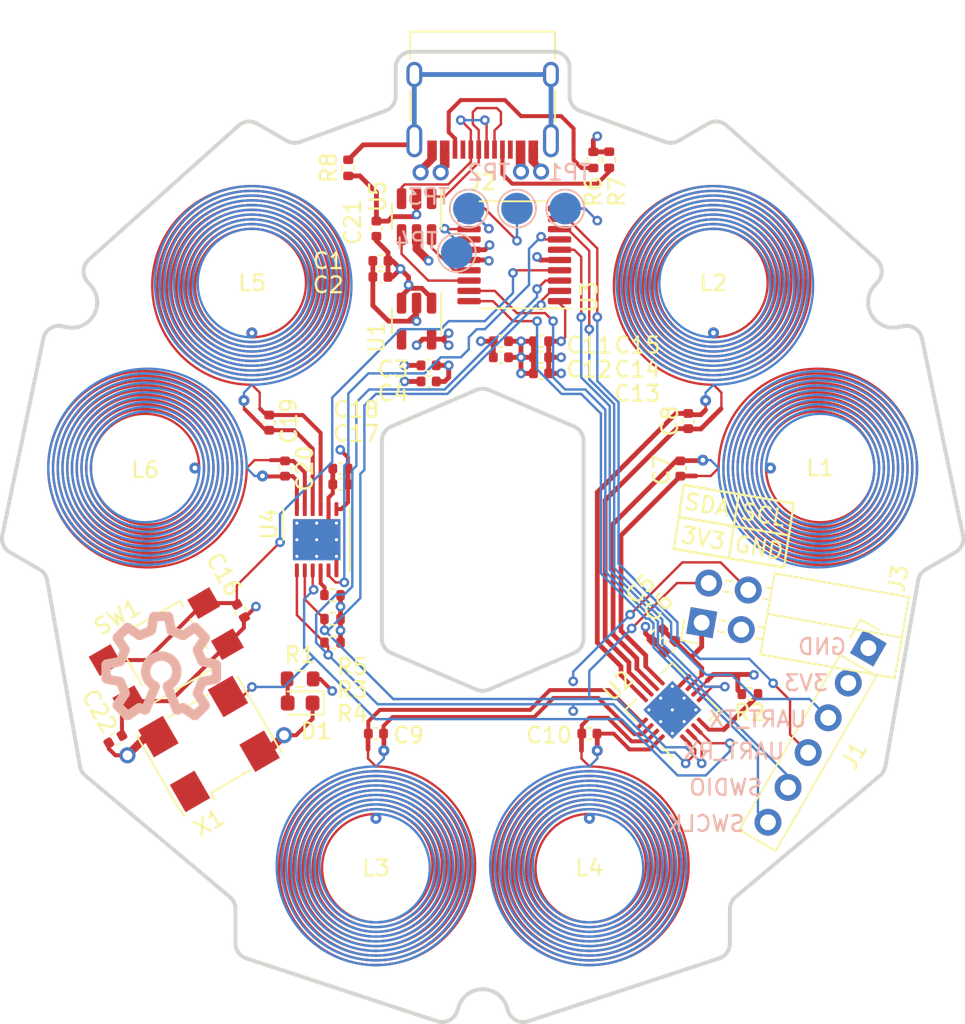
<source format=kicad_pcb>
(kicad_pcb (version 20211014) (generator pcbnew)
  (layers (0 "F.Cu" signal) (1 "In1.Cu" signal) (2 "In2.Cu" signal) (31 "B.Cu" signal) (34 "B.Paste" user) (35 "F.Paste" user) (36 "B.SilkS" user "B.Silkscreen") (37 "F.SilkS" user "F.Silkscreen") (38 "B.Mask" user) (39 "F.Mask" user) (44 "Edge.Cuts" user))
  (net 0 "")
  (net 1 "VBUS")
  (net 2 "GND")
  (net 3 "+3.3V")
  (net 4 "Net-(C7-Pad1)")
  (net 5 "Net-(C7-Pad2)")
  (net 6 "Net-(C8-Pad1)")
  (net 7 "Net-(C8-Pad2)")
  (net 8 "Net-(C9-Pad1)")
  (net 9 "Net-(C9-Pad2)")
  (net 10 "Net-(C10-Pad1)")
  (net 11 "Net-(C10-Pad2)")
  (net 12 "/~{RST}")
  (net 13 "Net-(C19-Pad1)")
  (net 14 "Net-(C19-Pad2)")
  (net 15 "Net-(C20-Pad1)")
  (net 16 "Net-(C20-Pad2)")
  (net 17 "Net-(D1-Pad2)")
  (net 18 "/UART2_TX")
  (net 19 "/UART2_RX")
  (net 20 "/SWDIO")
  (net 21 "/SWCLK")
  (net 22 "/USB_ESD_D+")
  (net 23 "/USB_ESD_D-")
  (net 26 "Net-(J2-PadS1)")
  (net 27 "Net-(R2-Pad1)")
  (net 28 "/I2C1_SDA")
  (net 29 "/I2C1_SCL")
  (net 30 "Net-(R5-Pad1)")
  (net 31 "/LDC1614_INTB")
  (net 32 "Net-(U3-Pad10)")
  (net 33 "Net-(U3-Pad11)")
  (net 34 "Net-(U3-Pad12)")
  (net 35 "Net-(U3-Pad13)")
  (net 37 "/USB_D-")
  (net 38 "/USB_D+")
  (net 39 "/LDC1612_INTB")
  (net 42 "/40MHZ_CLK")
  (net 43 "/CC1")
  (net 44 "/CC2")
  (footprint "Capacitor_SMD:C_0402_1005Metric" (layer "F.Cu") (at 146.304 83.058)
    (fp_text reference "C15")
    (fp_text value "4.7u")
  )
  (footprint "Capacitor_SMD:C_0402_1005Metric" (layer "F.Cu") (at 143.764 83.058 180)
    (fp_text reference "C11")
    (fp_text value "10n")
  )
  (footprint "LED_SMD:LED_0603_1608Metric" (layer "F.Cu") (at 131.064 105.918 180)
    (fp_text reference "D1")
    (fp_text value "BLUE_LED")
  )
  (footprint "Oscillator:Oscillator_SMD_Abracon_ASV-4Pin_7.0x5.1mm" (layer "F.Cu") (at 125.3 108.5 30)
    (fp_text reference "X1")
    (fp_text value "XTAL_40MHz")
  )
  (footprint "Capacitor_SMD:C_0402_1005Metric" (layer "F.Cu") (at 136.144 78.994 180)
    (fp_text reference "C2")
    (fp_text value "1u")
  )
  (footprint "Capacitor_SMD:C_0402_1005Metric" (layer "F.Cu") (at 133.609844 91.1 180)
    (fp_text reference "C18")
    (fp_text value "1u")
  )
  (footprint "Package_TO_SOT_SMD:SOT-23-6" (layer "F.Cu") (at 138.43 75.184 -90)
    (fp_text reference "U5")
    (fp_text value "USBLC6-2SC6")
  )
  (footprint "Capacitor_SMD:C_0402_1005Metric" (layer "F.Cu") (at 153.67 101.6 -135)
    (fp_text reference "C5")
    (fp_text value "10u")
  )
  (footprint "PCB_Coil:COIL_GENERATOR_0" (layer "F.Cu") (at 163.959844 91.07 180)
    (fp_text reference "L1")
    (fp_text value "PCB_COIL")
  )
  (footprint "Resistor_SMD:R_0402_1005Metric" (layer "F.Cu") (at 133.109844 100.6 180)
    (fp_text reference "R3")
    (fp_text value "5.1k")
  )
  (footprint "Capacitor_SMD:C_0402_1005Metric" (layer "F.Cu") (at 133.609844 92.1 180)
    (fp_text reference "C17")
    (fp_text value "10u")
  )
  (footprint "PCB_Coil:COIL_GENERATOR_0" (layer "F.Cu") (at 157.209844 79.38 -90)
    (fp_text reference "L2")
    (fp_text value "PCB_COIL")
  )
  (footprint "PCB_Coil:COIL_GENERATOR_0" (layer "F.Cu") (at 135.859844 116.35 90)
    (fp_text reference "L3")
    (fp_text value "PCB_COIL")
  )
  (footprint "Package_SON:WSON-12-1EP_4x4mm_P0.5mm_EP2.6x3mm_ThermalVias" (layer "F.Cu") (at 132.109844 95.6 90)
    (fp_text reference "U4")
    (fp_text value "LDC1612")
  )
  (footprint "Package_TO_SOT_SMD:SOT-23-5" (layer "F.Cu") (at 138.43 81.788 -90)
    (fp_text reference "U1")
    (fp_text value "AP2112K-3.3")
  )
  (footprint "Package_SO:TSSOP-20_4.4x6.5mm_P0.65mm" (layer "F.Cu") (at 144.61 77.6 180)
    (fp_text reference "U3")
    (fp_text value "STM32F042F6P6")
  )
  (footprint "PCB_Coil:COIL_GENERATOR_0" (layer "F.Cu") (at 128.009844 79.38 -90)
    (fp_text reference "L5")
    (fp_text value "PCB_COIL")
  )
  (footprint "Capacitor_SMD:C_0402_1005Metric" (layer "F.Cu") (at 146.304 84.074)
    (fp_text reference "C14")
    (fp_text value "1u")
  )
  (footprint "PCB_Coil:COIL_GENERATOR_0" (layer "F.Cu") (at 149.359844 116.35 90)
    (fp_text reference "L4")
    (fp_text value "PCB_COIL")
  )
  (footprint "Connector_PinHeader_2.54mm:PinHeader_1x06_P2.54mm_Vertical" (layer "F.Cu") (at 167.005 102.450739 -30)
    (fp_text reference "J1")
    (fp_text value "DBG_HDR")
  )
  (footprint "Capacitor_SMD:C_0402_1005Metric" (layer "F.Cu") (at 139.192 84.582)
    (fp_text reference "C3")
    (fp_text value "1u")
  )
  (footprint "Resistor_SMD:R_0402_1005Metric" (layer "F.Cu") (at 150.609844 71.59 90)
    (fp_text reference "R7")
    (fp_text value "5.1k")
  )
  (footprint "Capacitor_SMD:C_0402_1005Metric" (layer "F.Cu") (at 136.144 77.978 180)
    (fp_text reference "C1")
    (fp_text value "10u")
  )
  (footprint "Capacitor_SMD:C_0402_1005Metric" (layer "F.Cu") (at 127.3 100.1 -60)
    (fp_text reference "C16")
    (fp_text value "1u")
  )
  (footprint "Resistor_SMD:R_0402_1005Metric" (layer "F.Cu") (at 149.609844 71.6 90)
    (fp_text reference "R6")
    (fp_text value "5.1k")
  )
  (footprint "Capacitor_SMD:C_0402_1005Metric" (layer "F.Cu") (at 154.432 102.362 -135)
    (fp_text reference "C6")
    (fp_text value "1u")
  )
  (footprint "Resistor_SMD:R_0402_1005Metric" (layer "F.Cu") (at 133.109844 102.1 180)
    (fp_text reference "R4")
    (fp_text value "5.1k")
  )
  (footprint "Capacitor_SMD:C_0402_1005Metric" (layer "F.Cu") (at 119.38 108.204 30)
    (fp_text reference "C22")
    (fp_text value "10n")
  )
  (footprint "Resistor_SMD:R_0402_1005Metric" (layer "F.Cu") (at 134.109844 72.1 -90)
    (fp_text reference "R8")
    (fp_text value "1M")
  )
  (footprint "Capacitor_SMD:C_0402_1005Metric" (layer "F.Cu") (at 143.764 84.074 180)
    (fp_text reference "C12")
    (fp_text value "100n")
  )
  (footprint "Capacitor_SMD:C_0402_1005Metric" (layer "F.Cu") (at 146.304 85.09)
    (fp_text reference "C13")
    (fp_text value "100n")
  )
  (footprint "Capacitor_SMD:C_0402_1005Metric" (layer "F.Cu") (at 155.609844 88.1 90)
    (fp_text reference "C8")
    (fp_text value "1n")
  )
  (footprint "Resistor_SMD:R_0603_1608Metric" (layer "F.Cu") (at 131.064 104.394 180)
    (fp_text reference "R1")
    (fp_text value "200")
  )
  (footprint "Capacitor_SMD:C_0402_1005Metric" (layer "F.Cu") (at 130.109844 91.1 -90)
    (fp_text reference "C20")
    (fp_text value "1n")
  )
  (footprint "Capacitor_SMD:C_0402_1005Metric" (layer "F.Cu") (at 135.89 75.946 90)
    (fp_text reference "C21")
    (fp_text value "100n")
  )
  (footprint "Connector_USB:USB_C_Receptacle_XKB_U262-16XN-4BVC11" (layer "F.Cu") (at 142.61 67.279 180)
    (fp_text reference "J2")
    (fp_text value "USB_C_Receptacle_USB2.0")
  )
  (footprint "Resistor_SMD:R_0402_1005Metric" (layer "F.Cu") (at 133.109844 99.1)
    (fp_text reference "R5")
    (fp_text value "5.1k")
  )
  (footprint "PCB_Coil:COIL_GENERATOR_0" (layer "F.Cu") (at 121.259844 91.07)
    (fp_text reference "L6")
    (fp_text value "PCB_COIL")
  )
  (footprint "Connector_PinSocket_2.54mm:PinSocket_2x02_P2.54mm_Horizontal" (layer "F.Cu") (at 156.464 100.838 170)
    (fp_text reference "J3")
    (fp_text value "EXP_HDR")
  )
  (footprint "Capacitor_SMD:C_0402_1005Metric" (layer "F.Cu") (at 149.359844 107.85)
    (fp_text reference "C10")
    (fp_text value "1n")
  )
  (footprint "Package_DFN_QFN:WQFN-16-1EP_4x4mm_P0.5mm_EP2.6x2.6mm_ThermalVias" (layer "F.Cu") (at 154.609844 106.35 135)
    (fp_text reference "U2")
    (fp_text value "LDC1614")
  )
  (footprint "Capacitor_SMD:C_0402_1005Metric" (layer "F.Cu") (at 155.109844 91.1 90)
    (fp_text reference "C7")
    (fp_text value "1n")
  )
  (footprint "Capacitor_SMD:C_0402_1005Metric" (layer "F.Cu") (at 139.192 85.598)
    (fp_text reference "C4")
    (fp_text value "10u")
  )
  (footprint "Capacitor_SMD:C_0402_1005Metric" (layer "F.Cu") (at 129.109844 88.2 -90)
    (fp_text reference "C19")
    (fp_text value "1n")
  )
  (footprint "Resistor_SMD:R_0402_1005Metric" (layer "F.Cu") (at 159.512 105.35 180)
    (fp_text reference "R2")
    (fp_text value "5.1k")
  )
  (footprint "Button_Switch_SMD:SW_SPST_TL3305A" (layer "F.Cu") (at 122.6 102.7 -150)
    (fp_text reference "SW1")
    (fp_text value "SW_Push")
  )
  (footprint "Capacitor_SMD:C_0402_1005Metric" (layer "F.Cu") (at 135.859844 107.85)
    (fp_text reference "C9")
    (fp_text value "1n")
  )
  (footprint "TestPoint:TestPoint_Pad_D2.0mm" (layer "B.Cu") (at 144.78 74.676 180)
    (fp_text reference "TP2")
    (fp_text value "TestPoint")
  )
  (footprint "TestPoint:TestPoint_Pad_D2.0mm" (layer "B.Cu") (at 140.97 77.47 180)
    (fp_text reference "TP4")
    (fp_text value "TestPoint")
  )
  (footprint "TestPoint:TestPoint_Pad_D2.0mm" (layer "B.Cu") (at 141.732 74.676 180)
    (fp_text reference "TP3")
    (fp_text value "TestPoint")
  )
  (footprint "TestPoint:TestPoint_Pad_D2.0mm" (layer "B.Cu") (at 147.828 74.676 180)
    (fp_text reference "TP1")
    (fp_text value "TestPoint")
  )
  (gr_arc (start 125.729235 103.461606) (mid 125.755444 103.47711) (end 125.76571 103.505791) (layer "B.SilkS") (width 0.6))
  (gr_arc (start 124.574368 105.333091) (mid 124.566857 105.312417) (end 124.570065 105.290654) (layer "B.SilkS") (width 0.6))
  (gr_line (start 119.699852 103.273346) (end 119.989923 102.573054) (layer "B.SilkS") (width 0.6))
  (gr_line (start 125.051491 101.825388) (end 124.574368 102.530617) (layer "B.SilkS") (width 0.6))
  (gr_line (start 121.64845 101.318662) (end 121.809746 100.482613) (layer "B.SilkS") (width 0.6))
  (gr_line (start 124.443496 101.165808) (end 125.046039 101.768352) (layer "B.SilkS") (width 0.6))
  (gr_arc (start 119.989923 105.290654) (mid 119.99312 105.31242) (end 119.985619 105.333091) (layer "B.SilkS") (width 0.6))
  (gr_line (start 124.574368 105.333091) (end 125.051491 106.03832) (layer "B.SilkS") (width 0.6))
  (gr_line (start 124.570065 102.573054) (end 124.860135 103.273346) (layer "B.SilkS") (width 0.6))
  (gr_arc (start 125.051491 106.03832) (mid 125.059086 106.067835) (end 125.046039 106.095356) (layer "B.SilkS") (width 0.6))
  (gr_line (start 120.116492 106.6979) (end 119.513948 106.095356) (layer "B.SilkS") (width 0.6))
  (gr_arc (start 121.64845 101.318662) (mid 121.639164 101.338616) (end 121.621486 101.351713) (layer "B.SilkS") (width 0.6))
  (gr_line (start 120.173527 101.160357) (end 120.878757 101.63748) (layer "B.SilkS") (width 0.6))
  (gr_arc (start 124.893185 103.30031) (mid 124.873257 103.291004) (end 124.860135 103.273346) (layer "B.SilkS") (width 0.6))
  (gr_arc (start 121.868266 104.826397) (mid 122.279994 102.947107) (end 122.691722 104.826397) (layer "B.SilkS") (width 0.6))
  (gr_arc (start 120.173527 106.703351) (mid 120.144027 106.710903) (end 120.116492 106.6979) (layer "B.SilkS") (width 0.6))
  (gr_arc (start 121.809746 100.482613) (mid 121.825259 100.45641) (end 121.853931 100.446137) (layer "B.SilkS") (width 0.6))
  (gr_arc (start 119.508497 101.825388) (mid 119.500979 101.795899) (end 119.513948 101.768352) (layer "B.SilkS") (width 0.6))
  (gr_arc (start 121.300744 106.330186) (mid 121.276401 106.354655) (end 121.241862 106.35475) (layer "B.SilkS") (width 0.6))
  (gr_arc (start 118.794277 103.505791) (mid 118.804546 103.477114) (end 118.830753 103.461606) (layer "B.SilkS") (width 0.6))
  (gr_line (start 121.891112 104.884285) (end 121.300744 106.330186) (layer "B.SilkS") (width 0.6))
  (gr_arc (start 120.116492 101.165808) (mid 120.144029 101.152889) (end 120.173527 101.160357) (layer "B.SilkS") (width 0.6))
  (gr_arc (start 123.318125 106.35475) (mid 123.283579 106.35471) (end 123.259243 106.330186) (layer "B.SilkS") (width 0.6))
  (gr_line (start 125.76571 103.505791) (end 125.76571 104.357917) (layer "B.SilkS") (width 0.6))
  (gr_line (start 123.68123 101.63748) (end 124.38646 101.160357) (layer "B.SilkS") (width 0.6))
  (gr_line (start 120.878757 106.226228) (end 120.173527 106.703351) (layer "B.SilkS") (width 0.6))
  (gr_line (start 120.921194 101.641783) (end 121.621486 101.351713) (layer "B.SilkS") (width 0.6))
  (gr_arc (start 119.513948 106.095356) (mid 119.501016 106.06781) (end 119.508497 106.03832) (layer "B.SilkS") (width 0.6))
  (gr_arc (start 123.638794 106.221925) (mid 123.660553 106.21875) (end 123.68123 106.226228) (layer "B.SilkS") (width 0.6))
  (gr_line (start 119.989923 105.290654) (end 119.699852 104.590362) (layer "B.SilkS") (width 0.6))
  (gr_line (start 121.853931 100.446137) (end 122.706056 100.446137) (layer "B.SilkS") (width 0.6))
  (gr_arc (start 120.921194 101.641783) (mid 120.899437 101.644951) (end 120.878757 101.63748) (layer "B.SilkS") (width 0.6))
  (gr_line (start 119.985619 102.530617) (end 119.508497 101.825388) (layer "B.SilkS") (width 0.6))
  (gr_line (start 124.893185 103.30031) (end 125.729235 103.461606) (layer "B.SilkS") (width 0.6))
  (gr_line (start 118.794277 104.357917) (end 118.794277 103.505791) (layer "B.SilkS") (width 0.6))
  (gr_arc (start 124.860135 104.590362) (mid 124.873267 104.572724) (end 124.893185 104.563398) (layer "B.SilkS") (width 0.6))
  (gr_line (start 125.046039 106.095356) (end 124.443496 106.6979) (layer "B.SilkS") (width 0.6))
  (gr_line (start 124.860135 104.590362) (end 124.570065 105.290654) (layer "B.SilkS") (width 0.6))
  (gr_line (start 125.729235 104.402102) (end 124.893185 104.563398) (layer "B.SilkS") (width 0.6))
  (gr_arc (start 125.046039 101.768352) (mid 125.058941 101.795897) (end 125.051491 101.825388) (layer "B.SilkS") (width 0.6))
  (gr_arc (start 122.668875 104.884285) (mid 122.668692 104.850771) (end 122.691722 104.826397) (layer "B.SilkS") (width 0.6))
  (gr_arc (start 124.38646 101.160357) (mid 124.415964 101.152796) (end 124.443496 101.165808) (layer "B.SilkS") (width 0.6))
  (gr_line (start 122.750242 100.482613) (end 122.911537 101.318662) (layer "B.SilkS") (width 0.6))
  (gr_line (start 119.666802 104.563398) (end 118.830753 104.402102) (layer "B.SilkS") (width 0.6))
  (gr_arc (start 125.76571 104.357917) (mid 125.755378 104.38653) (end 125.729235 104.402102) (layer "B.SilkS") (width 0.6))
  (gr_line (start 123.259243 106.330186) (end 122.668875 104.884285) (layer "B.SilkS") (width 0.6))
  (gr_arc (start 121.868266 104.826397) (mid 121.891393 104.850729) (end 121.891112 104.884285) (layer "B.SilkS") (width 0.6))
  (gr_line (start 123.638794 106.221925) (end 123.318125 106.35475) (layer "B.SilkS") (width 0.6))
  (gr_line (start 118.830753 103.461606) (end 119.666802 103.30031) (layer "B.SilkS") (width 0.6))
  (gr_arc (start 122.938502 101.351713) (mid 122.920864 101.338583) (end 122.911537 101.318662) (layer "B.SilkS") (width 0.6))
  (gr_arc (start 119.985619 102.530617) (mid 119.993145 102.551289) (end 119.989923 102.573054) (layer "B.SilkS") (width 0.6))
  (gr_arc (start 123.68123 101.63748) (mid 123.660555 101.645035) (end 123.638794 101.641783) (layer "B.SilkS") (width 0.6))
  (gr_arc (start 119.666802 104.563398) (mid 119.686736 104.572707) (end 119.699852 104.590362) (layer "B.SilkS") (width 0.6))
  (gr_arc (start 118.830753 104.402102) (mid 118.804597 104.386543) (end 118.794277 104.357917) (layer "B.SilkS") (width 0.6))
  (gr_line (start 121.241862 106.35475) (end 120.921194 106.221925) (layer "B.SilkS") (width 0.6))
  (gr_arc (start 122.706056 100.446137) (mid 122.734718 100.456421) (end 122.750242 100.482613) (layer "B.SilkS") (width 0.6))
  (gr_line (start 119.513948 101.768352) (end 120.116492 101.165808) (layer "B.SilkS") (width 0.6))
  (gr_arc (start 124.570065 102.573054) (mid 124.566919 102.551303) (end 124.574368 102.530617) (layer "B.SilkS") (width 0.6))
  (gr_arc (start 119.699852 103.273346) (mid 119.686725 103.290984) (end 119.666802 103.30031) (layer "B.SilkS") (width 0.6))
  (gr_line (start 122.938502 101.351713) (end 123.638794 101.641783) (layer "B.SilkS") (width 0.6))
  (gr_line (start 119.508497 106.03832) (end 119.985619 105.333091) (layer "B.SilkS") (width 0.6))
  (gr_arc (start 120.878757 106.226228) (mid 120.899426 106.218679) (end 120.921194 106.221925) (layer "B.SilkS") (width 0.6))
  (gr_arc (start 124.443496 106.6979) (mid 124.415942 106.710786) (end 124.38646 106.703351) (layer "B.SilkS") (width 0.6))
  (gr_line (start 124.38646 106.703351) (end 123.68123 106.226228) (layer "B.SilkS") (width 0.6))
  (gr_line (start 154.702675 96.179872) (end 161.664747 97.345662) (layer "F.SilkS") (width 0.15))
  (gr_line (start 158.80829 92.721234) (end 158.183711 96.762767) (layer "F.SilkS") (width 0.15))
  (gr_line (start 162.289326 93.304129) (end 161.664747 97.345662) (layer "F.SilkS") (width 0.15))
  (gr_line (start 155.327254 92.138339) (end 162.289326 93.304129) (layer "F.SilkS") (width 0.15))
  (gr_line (start 155.014964 94.159105) (end 161.977036 95.324895) (layer "F.SilkS") (width 0.15))
  (gr_line (start 155.327254 92.138339) (end 154.702675 96.179872) (layer "F.SilkS") (width 0.15))
  (gr_line (start 116.008579 82.104946) (end 116.302018 82.166219) (layer "Edge.Cuts") (width 0.25))
  (gr_arc (start 148.991459 101.840743) (mid 148.826314 102.391253) (end 148.385378 102.759888) (layer "Edge.Cuts") (width 0.25))
  (gr_arc (start 127.177025 69.427462) (mid 127.740742 69.17825) (end 128.343486 69.306976) (layer "Edge.Cuts") (width 0.25))
  (gr_arc (start 126.615354 118.169339) (mid 126.878852 118.512771) (end 126.972567 118.935384) (layer "Edge.Cuts") (width 0.25))
  (gr_line (start 144.223387 125.384881) (end 144.129731 125.100118) (layer "Edge.Cuts") (width 0.25))
  (gr_line (start 127.177025 69.427462) (end 117.701221 77.898172) (layer "Edge.Cuts") (width 0.25))
  (gr_arc (start 158.247081 118.935384) (mid 158.340794 118.512777) (end 158.604294 118.169339) (layer "Edge.Cuts") (width 0.25))
  (gr_line (start 148.991459 101.840743) (end 148.991459 89.359257) (layer "Edge.Cuts") (width 0.25))
  (gr_line (start 112.706228 96.3915) (end 114.58216 97.47457) (layer "Edge.Cuts") (width 0.25))
  (gr_line (start 117.479841 110.503733) (end 126.615354 118.169339) (layer "Edge.Cuts") (width 0.25))
  (gr_line (start 170.637488 97.47457) (end 172.51342 96.3915) (layer "Edge.Cuts") (width 0.25))
  (gr_line (start 154.15821 70.463713) (end 148.767804 68.501766) (layer "Edge.Cuts") (width 0.25))
  (gr_line (start 137.109824 65.762831) (end 137.109824 67.562073) (layer "Edge.Cuts") (width 0.25))
  (gr_line (start 130.219418 70.390046) (end 128.343486 69.306976) (layer "Edge.Cuts") (width 0.25))
  (gr_line (start 168.91763 82.166219) (end 169.211069 82.104946) (layer "Edge.Cuts") (width 0.25))
  (gr_arc (start 117.479841 110.503733) (mid 117.256613 110.237684) (end 117.137821 109.911337) (layer "Edge.Cuts") (width 0.25))
  (gr_arc (start 136.83427 102.759888) (mid 136.393363 102.39123) (end 136.228189 101.840743) (layer "Edge.Cuts") (width 0.25))
  (gr_line (start 158.604294 118.169339) (end 167.739807 110.503733) (layer "Edge.Cuts") (width 0.25))
  (gr_arc (start 117.821926 79.533662) (mid 118.01469 81.399953) (end 116.302018 82.166219) (layer "Edge.Cuts") (width 0.25))
  (gr_arc (start 158.247081 121.101523) (mid 158.057136 121.687846) (end 157.559507 122.051466) (layer "Edge.Cuts") (width 0.25))
  (gr_arc (start 141.089917 125.100118) (mid 142.609824 124) (end 144.129731 125.100118) (layer "Edge.Cuts") (width 0.25))
  (gr_arc (start 145.485755 126.022397) (mid 144.722524 125.965099) (end 144.223387 125.384881) (layer "Edge.Cuts") (width 0.25))
  (gr_arc (start 127.660141 122.051466) (mid 127.162475 121.687878) (end 126.972567 121.101523) (layer "Edge.Cuts") (width 0.25))
  (gr_arc (start 137.109824 67.562073) (mid 136.929005 68.135677) (end 136.451844 68.501766) (layer "Edge.Cuts") (width 0.25))
  (gr_line (start 172.992307 95.321073) (end 170.394358 82.879431) (layer "Edge.Cuts") (width 0.25))
  (gr_line (start 142.215905 86.133697) (end 136.83427 88.440112) (layer "Edge.Cuts") (width 0.25))
  (gr_arc (start 147.109824 64.762831) (mid 147.81693 65.05573) (end 148.109824 65.762831) (layer "Edge.Cuts") (width 0.25))
  (gr_line (start 145.485755 126.022397) (end 157.559507 122.051466) (layer "Edge.Cuts") (width 0.25))
  (gr_arc (start 137.109824 65.762831) (mid 137.402696 65.05569) (end 138.109824 64.762831) (layer "Edge.Cuts") (width 0.25))
  (gr_arc (start 112.706228 96.3915) (mid 112.29344 95.933842) (end 112.227341 95.321073) (layer "Edge.Cuts") (width 0.25))
  (gr_arc (start 168.081827 109.911337) (mid 167.96304 110.237685) (end 167.739807 110.503733) (layer "Edge.Cuts") (width 0.25))
  (gr_arc (start 136.228189 89.359257) (mid 136.39335 88.808767) (end 136.83427 88.440112) (layer "Edge.Cuts") (width 0.25))
  (gr_line (start 136.83427 102.759888) (end 142.215905 105.066303) (layer "Edge.Cuts") (width 0.25))
  (gr_arc (start 143.003743 105.066303) (mid 142.609824 105.147158) (end 142.215905 105.066303) (layer "Edge.Cuts") (width 0.25))
  (gr_arc (start 140.996261 125.384881) (mid 140.497128 125.965101) (end 139.733893 126.022397) (layer "Edge.Cuts") (width 0.25))
  (gr_line (start 126.972567 118.935384) (end 126.972567 121.101523) (layer "Edge.Cuts") (width 0.25))
  (gr_line (start 158.247081 121.101523) (end 158.247081 118.935384) (layer "Edge.Cuts") (width 0.25))
  (gr_line (start 136.451844 68.501766) (end 131.061438 70.463713) (layer "Edge.Cuts") (width 0.25))
  (gr_line (start 141.089917 125.100118) (end 140.996261 125.384881) (layer "Edge.Cuts") (width 0.25))
  (gr_line (start 168.081827 109.911337) (end 170.15268 98.166948) (layer "Edge.Cuts") (width 0.25))
  (gr_arc (start 168.91763 82.166219) (mid 167.204901 81.400038) (end 167.397722 79.533662) (layer "Edge.Cuts") (width 0.25))
  (gr_line (start 143.003743 105.066303) (end 148.385378 102.759888) (layer "Edge.Cuts") (width 0.25))
  (gr_arc (start 156.876162 69.306976) (mid 157.478918 69.178278) (end 158.042623 69.427462) (layer "Edge.Cuts") (width 0.25))
  (gr_line (start 117.821926 79.533662) (end 117.622142 79.310173) (layer "Edge.Cuts") (width 0.25))
  (gr_arc (start 148.385378 88.440112) (mid 148.826322 88.808758) (end 148.991459 89.359257) (layer "Edge.Cuts") (width 0.25))
  (gr_line (start 148.385378 88.440112) (end 143.003743 86.133697) (layer "Edge.Cuts") (width 0.25))
  (gr_arc (start 131.061438 70.463713) (mid 130.63226 70.520218) (end 130.219418 70.390046) (layer "Edge.Cuts") (width 0.25))
  (gr_arc (start 114.82529 82.879431) (mid 115.2565 82.247055) (end 116.008579 82.104946) (layer "Edge.Cuts") (width 0.25))
  (gr_line (start 127.660141 122.051466) (end 139.733893 126.022397) (layer "Edge.Cuts") (width 0.25))
  (gr_arc (start 114.58216 97.47457) (mid 114.901316 97.76702) (end 115.066968 98.166948) (layer "Edge.Cuts") (width 0.25))
  (gr_line (start 156.876162 69.306976) (end 155.00023 70.390046) (layer "Edge.Cuts") (width 0.25))
  (gr_arc (start 172.992307 95.321073) (mid 172.926228 95.933837) (end 172.51342 96.3915) (layer "Edge.Cuts") (width 0.25))
  (gr_arc (start 170.15268 98.166948) (mid 170.318344 97.767024) (end 170.637488 97.47457) (layer "Edge.Cuts") (width 0.25))
  (gr_line (start 136.228189 89.359257) (end 136.228189 101.840743) (layer "Edge.Cuts") (width 0.25))
  (gr_line (start 167.518427 77.898172) (end 158.042623 69.427462) (layer "Edge.Cuts") (width 0.25))
  (gr_arc (start 167.518427 77.898172) (mid 167.850348 78.587783) (end 167.597506 79.310173) (layer "Edge.Cuts") (width 0.25))
  (gr_line (start 114.82529 82.879431) (end 112.227341 95.321073) (layer "Edge.Cuts") (width 0.25))
  (gr_line (start 167.597506 79.310173) (end 167.397722 79.533662) (layer "Edge.Cuts") (width 0.25))
  (gr_arc (start 148.767804 68.501766) (mid 148.290666 68.135644) (end 148.109824 67.562073) (layer "Edge.Cuts") (width 0.25))
  (gr_arc (start 142.215905 86.133697) (mid 142.609824 86.052842) (end 143.003743 86.133697) (layer "Edge.Cuts") (width 0.25))
  (gr_line (start 147.109824 64.762831) (end 138.109824 64.762831) (layer "Edge.Cuts") (width 0.25))
  (gr_arc (start 117.622142 79.310173) (mid 117.369219 78.587779) (end 117.701221 77.898172) (layer "Edge.Cuts") (width 0.25))
  (gr_arc (start 155.00023 70.390046) (mid 154.587384 70.520219) (end 154.15821 70.463713) (layer "Edge.Cuts") (width 0.25))
  (gr_line (start 115.066968 98.166948) (end 117.137821 109.911337) (layer "Edge.Cuts") (width 0.25))
  (gr_line (start 148.109824 67.562073) (end 148.109824 65.762831) (layer "Edge.Cuts") (width 0.25))
  (gr_arc (start 169.211069 82.104946) (mid 169.96308 82.247154) (end 170.394358 82.879431) (layer "Edge.Cuts") (width 0.25))
  (gr_text "SWCLK" (at 156.718 113.538) (layer "B.SilkS") (effects (font (size 1 1)) (justify mirror)))
  (gr_text "3V3" (at 163.068 104.648) (layer "B.SilkS") (effects (font (size 1 1)) (justify mirror)))
  (gr_text "UART_RX" (at 158.496 108.966) (layer "B.SilkS") (effects (font (size 1 1)) (justify mirror)))
  (gr_text "SWDIO" (at 157.988 111.252) (layer "B.SilkS") (effects (font (size 1 1)) (justify mirror)))
  (gr_text "UART_TX" (at 160.02 106.934) (layer "B.SilkS") (effects (font (size 1 1)) (justify mirror)))
  (gr_text "GND" (at 164.084 102.362) (layer "B.SilkS") (effects (font (size 1 1)) (justify mirror)))
  (gr_text "3V3" (at 156.560762 95.510976 -10) (layer "F.SilkS") (effects (font (size 1.016 1.016) (thickness 0.1524))))
  (gr_text "SDA\n" (at 156.813445 93.397105 -10) (layer "F.SilkS") (effects (font (size 1.016 1.016) (thickness 0.1524))))
  (gr_text "SCL" (at 160.352818 94.027648 -10) (layer "F.SilkS") (effects (font (size 1.016 1.016) (thickness 0.1524))))
  (gr_text "GND" (at 160.089647 96.109092 -10) (layer "F.SilkS") (effects (font (size 1.016 1.016) (thickness 0.1524))))
  (segment (start 144.86 70.949) (end 144.86 72.1645) (width 0.3048) (layer "F.Cu") (net 1))
  (segment (start 140.06 70.949) (end 140.06 72.284) (width 0.3048) (layer "F.Cu") (net 1))
  (segment (start 136.624 77.978) (end 136.906 77.978) (width 0.3048) (layer "F.Cu") (net 1))
  (segment (start 144.86 72.1645) (end 145.034 72.3385) (width 0.3048) (layer "F.Cu") (net 1))
  (segment (start 145.16 70.949) (end 145.16 72.2125) (width 0.3048) (layer "F.Cu") (net 1))
  (segment (start 140.36 70.949) (end 140.36 71.984) (width 0.3048) (layer "F.Cu") (net 1))
  (segment (start 136.906 77.978) (end 137.414 78.486) (width 0.3048) (layer "F.Cu") (net 1))
  (segment (start 136.624 78.994) (end 136.906 78.994) (width 0.3048) (layer "F.Cu") (net 1))
  (segment (start 138.1286 79.7086) (end 137.922 79.502) (width 0.3048) (layer "F.Cu") (net 1))
  (segment (start 140.36 71.984) (end 139.954 72.39) (width 0.3048) (layer "F.Cu") (net 1))
  (segment (start 137.9694 79.7086) (end 137.48 80.198) (width 0.3048) (layer "F.Cu") (net 1))
  (segment (start 137.922 78.994) (end 137.922 79.502) (width 0.3048) (layer "F.Cu") (net 1))
  (segment (start 136.624 77.442) (end 136.624 77.978) (width 0.3048) (layer "F.Cu") (net 1))
  (segment (start 138.3826 79.7086) (end 138.1286 79.7086) (width 0.3048) (layer "F.Cu") (net 1))
  (segment (start 145.16 72.2125) (end 145.034 72.3385) (width 0.3048) (layer "F.Cu") (net 1))
  (segment (start 138.43 76.3215) (end 138.43 77.216) (width 0.508) (layer "F.Cu") (net 1))
  (segment (start 140.06 72.284) (end 139.954 72.39) (width 0.3048) (layer "F.Cu") (net 1))
  (segment (start 137.48 80.198) (end 137.48 80.6505) (width 0.3048) (layer "F.Cu") (net 1))
  (segment (start 138.3826 79.7086) (end 137.9694 79.7086) (width 0.3048) (layer "F.Cu") (net 1))
  (segment (start 136.624 77.978) (end 136.624 78.994) (width 0.3048) (layer "F.Cu") (net 1))
  (segment (start 136.906 78.994) (end 137.414 78.486) (width 0.3048) (layer "F.Cu") (net 1))
  (segment (start 139.38 80.330737) (end 138.757863 79.7086) (width 0.3048) (layer "F.Cu") (net 1))
  (segment (start 138.43 77.216) (end 139.192 77.978) (width 0.508) (layer "F.Cu") (net 1))
  (segment (start 135.89 76.426) (end 135.89 76.708) (width 0.3048) (layer "F.Cu") (net 1))
  (segment (start 138.757863 79.7086) (end 138.3826 79.7086) (width 0.3048) (layer "F.Cu") (net 1))
  (segment (start 135.89 76.708) (end 136.624 77.442) (width 0.3048) (layer "F.Cu") (net 1))
  (segment (start 139.38 80.6505) (end 139.38 80.330737) (width 0.3048) (layer "F.Cu") (net 1))
  (segment (start 137.414 78.486) (end 137.922 78.994) (width 0.3048) (layer "F.Cu") (net 1))
  (via (at 145.034 72.3385) (size 1.016) (drill 0.6096) (layers "F.Cu" "B.Cu") (net 1))
  (via (at 137.922 79.502) (size 0.6096) (drill 0.3048) (layers "F.Cu" "B.Cu") (net 1))
  (via (at 139.954 72.39) (size 1.016) (drill 0.6096) (layers "F.Cu" "B.Cu") (net 1))
  (via (at 139.192 77.978) (size 0.6096) (drill 0.3048) (layers "F.Cu" "B.Cu") (net 1))
  (via (at 137.414 78.486) (size 0.6096) (drill 0.3048) (layers "F.Cu" "B.Cu") (net 1))
  (segment (start 146.784 83.058) (end 146.784 84.074) (width 0.3048) (layer "F.Cu") (net 2))
  (segment (start 135.89 73.66) (end 135.89 75.466) (width 0.3048) (layer "F.Cu") (net 2))
  (segment (start 146.784 84.074) (end 146.784 85.09) (width 0.3048) (layer "F.Cu") (net 2))
  (segment (start 158.75 104.112) (end 159.738 104.112) (width 0.3048) (layer "F.Cu") (net 2))
  (segment (start 139.26 71.56) (end 138.684 72.136) (width 0.3048) (layer "F.Cu") (net 2))
  (segment (start 137.922 81.788) (end 138.43 81.788) (width 0.3048) (layer "F.Cu") (net 2))
  (segment (start 136.906 75.184) (end 138.2959 75.184) (width 0.3048) (layer "F.Cu") (net 2))
  (segment (start 146.784 85.09) (end 147.574 85.09) (width 0.3048) (layer "F.Cu") (net 2))
  (segment (start 128.499705 108.962051) (end 129.289949 108.962051) (width 0.3048) (layer "F.Cu") (net 2))
  (segment (start 131.8515 106.9085) (end 130.81 107.95) (width 0.254) (layer "F.Cu") (net 2))
  (segment (start 156.15664 105.156757) (end 156.158443 105.156757) (width 0.1524) (layer "F.Cu") (net 2))
  (segment (start 149.609844 71.09) (end 149.609844 70.354156) (width 0.3048) (layer "F.Cu") (net 2))
  (segment (start 159.738 104.112) (end 159.766 104.14) (width 0.3048) (layer "F.Cu") (net 2))
  (segment (start 149.609844 71.09) (end 150.599844 71.09) (width 0.3048) (layer "F.Cu") (net 2))
  (segment (start 133.129844 92.676156) (end 133.129844 92.1) (width 0.254) (layer "F.Cu") (net 2))
  (segment (start 120.232309 105.799038) (end 122.867691 105.799038) (width 0.254) (layer "F.Cu") (net 2))
  (segment (start 122.867691 105.799038) (end 126.467691 102.199038) (width 0.254) (layer "F.Cu") (net 2))
  (segment (start 132.859844 93.6625) (end 132.859844 92.946156) (width 0.254) (layer "F.Cu") (net 2))
  (segment (start 139.26 70.949) (end 139.26 71.56) (width 0.3048) (layer "F.Cu") (net 2))
  (segment (start 127.508 101.158729) (end 127.508 100.547692) (width 0.254) (layer "F.Cu") (net 2))
  (segment (start 128.499705 108.962051) (end 129.035949 108.962051) (width 0.508) (layer "F.Cu") (net 2))
  (segment (start 150.599844 71.09) (end 150.609844 71.08) (width 0.3048) (layer "F.Cu") (net 2))
  (segment (start 157.734 104.112) (end 157.2032 104.112) (width 0.3048) (layer "F.Cu") (net 2))
  (segment (start 139.56 70.949) (end 139.56 71.514) (width 0.3048) (layer "F.Cu") (net 2))
  (segment (start 154.609844 105.28934) (end 154.609844 106.35) (width 0.254) (layer "F.Cu") (net 2))
  (segment (start 135.664 78.994) (end 135.664 80.8) (width 0.3048) (layer "F.Cu") (net 2))
  (segment (start 143.284 83.058) (end 142.494 83.058) (width 0.3048) (layer "F.Cu") (net 2))
  (segment (start 146.784 83.058) (end 147.574 83.058) (width 0.3048) (layer "F.Cu") (net 2))
  (segment (start 143.284 84.074) (end 143.284 83.058) (width 0.3048) (layer "F.Cu") (net 2))
  (segment (start 157.734 104.112) (end 158.75 104.112) (width 0.3048) (layer "F.Cu") (net 2))
  (segment (start 140.208 85.598) (end 140.462 85.344) (width 0.3048) (layer "F.Cu") (net 2))
  (segment (start 145.66 71.6945) (end 146.304 72.3385) (width 0.3048) (layer "F.Cu") (net 2))
  (segment (start 149.609844 70.354156) (end 149.86 70.104) (width 0.3048) (layer "F.Cu") (net 2))
  (segment (start 136.624 75.466) (end 136.906 75.184) (width 0.3048) (layer "F.Cu") (net 2))
  (segment (start 127.576308 100.515692) (end 128.27 99.822) (width 0.254) (layer "F.Cu") (net 2))
  (segment (start 138.684 72.136) (end 138.684 72.39) (width 0.3048) (layer "F.Cu") (net 2))
  (segment (start 147.828 82.804) (end 147.574 83.058) (width 0.1524) (layer "F.Cu") (net 2))
  (segment (start 135.664 77.978) (end 135.664 78.994) (width 0.3048) (layer "F.Cu") (net 2))
  (segment (start 126.467691 102.199038) (end 127.508 101.158729) (width 0.254) (layer "F.Cu") (net 2))
  (segment (start 139.56 71.514) (end 138.684 72.39) (width 0.3048) (layer "F.Cu") (net 2))
  (segment (start 146.304 72.136) (end 146.304 72.3385) (width 0.3048) (layer "F.Cu") (net 2))
  (segment (start 132.859844 92.946156) (end 133.129844 92.676156) (width 0.254) (layer "F.Cu") (net 2))
  (segment (start 147.4725 80.6705) (end 147.828 81.026) (width 0.1524) (layer "F.Cu") (net 2))
  (segment (start 158.75 104.112) (end 158.75 105.098) (width 0.3048) (layer "F.Cu") (net 2))
  (segment (start 156.158443 105.156757) (end 156.8196 104.4956) (width 0.1524) (layer "F.Cu") (net 2))
  (segment (start 135.89 75.466) (end 136.624 75.466) (width 0.3048) (layer "F.Cu") (net 2))
  (segment (start 139.672 84.582) (end 140.462 84.582) (width 0.3048) (layer "F.Cu") (net 2))
  (segment (start 138.2959 75.184) (end 138.43 75.0499) (width 0.3048) (layer "F.Cu") (net 2))
  (segment (start 141.7475 77.275) (end 142.751211 77.275) (width 0.3048) (layer "F.Cu") (net 2))
  (segment (start 140.462 85.344) (end 140.462 84.582) (width 0.3048) (layer "F.Cu") (net 2))
  (segment (start 147.4725 80.525) (end 147.4725 80.6705) (width 0.1524) (layer "F.Cu") (net 2))
  (segment (start 119.795692 107.964) (end 119.795692 106.235655) (width 0.254) (layer "F.Cu") (net 2))
  (segment (start 133.129844 91.1) (end 133.129844 92.1) (width 0.3048) (layer "F.Cu") (net 2))
  (segment (start 138.43 74.0465) (end 138.43 75.0499) (width 0.3048) (layer "F.Cu") (net 2))
  (segment (start 158.75 105.098) (end 159.002 105.35) (width 0.3048) (layer "F.Cu") (net 2))
  (segment (start 139.672 85.598) (end 140.208 85.598) (width 0.3048) (layer "F.Cu") (net 2))
  (segment (start 138.43 81.28) (end 138.43 80.6505) (width 0.3048) (layer "F.Cu") (net 2))
  (segment (start 152.908 101.516822) (end 153.330589 101.939411) (width 0.3048) (layer "F.Cu") (net 2))
  (segment (start 157.2032 104.112) (end 156.8196 104.4956) (width 0.3048) (layer "F.Cu") (net 2))
  (segment (start 147.828 81.026) (end 147.828 82.804) (width 0.1524) (layer "F.Cu") (net 2))
  (segment (start 131.8515 105.918) (end 131.8515 106.9085) (width 0.254) (layer "F.Cu") (net 2))
  (segment (start 145.96 71.792) (end 146.304 72.136) (width 0.3048) (layer "F.Cu") (net 2))
  (segment (start 142.751211 77.275) (end 143.046946 76.979265) (width 0.3048) (layer "F.Cu") (net 2))
  (segment (start 127.508 100.547692) (end 127.54 100.515692) (width 0.254) (layer "F.Cu") (net 2))
  (segment (start 130.81 107.95) (end 130.048 107.95) (width 0.254) (layer "F.Cu") (net 2))
  (segment (start 134.109844 72.61) (end 134.84 72.61) (width 0.3048) (layer "F.Cu") (net 2))
  (segment (start 133.359844 97.5375) (end 133.359844 96.65) (width 0.25) (layer "F.Cu") (net 2))
  (segment (start 153.330589 101.939411) (end 154.092589 102.701411) (width 0.3048) (layer "F.Cu") (net 2))
  (segment (start 136.652 81.788) (end 137.922 81.788) (width 0.3048) (layer "F.Cu") (net 2))
  (segment (start 138.43 80.6505) (end 138.43 81.788) (width 0.3048) (layer "F.Cu") (net 2))
  (segment (start 155.449533 104.449651) (end 154.609844 105.28934) (width 0.254) (layer "F.Cu") (net 2))
  (segment (start 129.035949 108.962051) (end 130.048 107.95) (width 0.508) (layer "F.Cu") (net 2))
  (segment (start 132.859844 94.85) (end 132.109844 95.6) (width 0.254) (layer "F.Cu") (net 2))
  (segment (start 119.795692 106.235655) (end 120.232309 105.799038) (width 0.254) (layer "F.Cu") (net 2))
  (segment (start 135.664 80.8) (end 136.652 81.788) (width 0.3048) (layer "F.Cu") (net 2))
  (segment (start 127.54 100.515692) (end 127.576308 100.515692) (width 0.254) (layer "F.Cu") (net 2))
  (segment (start 145.96 70.949) (end 145.96 71.792) (width 0.3048) (layer "F.Cu") (net 2))
  (segment (start 134.84 72.61) (end 135.89 73.66) (width 0.3048) (layer "F.Cu") (net 2))
  (segment (start 132.859844 93.6625) (end 132.859844 94.85) (width 0.254) (layer "F.Cu") (net 2))
  (segment (start 137.922 81.788) (end 138.43 81.28) (width 0.3048) (layer "F.Cu") (net 2))
  (segment (start 145.66 70.949) (end 145.66 71.6945) (width 0.3048) (layer "F.Cu") (net 2))
  (segment (start 146.784 84.074) (end 147.574 84.074) (width 0.3048) (layer "F.Cu") (net 2))
  (segment (start 152.908 101.092) (end 152.908 101.516822) (width 0.3048) (layer "F.Cu") (net 2))
  (via (at 149.86 70.104) (size 0.6096) (drill 0.3048) (layers "F.Cu" "B.Cu") (net 2))
  (via (at 147.574 85.09) (size 0.6096) (drill 0.3048) (layers "F.Cu" "B.Cu") (net 2))
  (via (at 143.046946 76.979265) (size 0.6096) (drill 0.3048) (layers "F.Cu" "B.Cu") (net 2))
  (via (at 142.494 83.058) (size 0.6096) (drill 0.3048) (layers "F.Cu" "B.Cu") (net 2))
  (via (at 159.766 104.14) (size 0.6096) (drill 0.3048) (layers "F.Cu" "B.Cu") (net 2))
  (via (at 138.684 72.39) (size 1.016) (drill 0.6096) (layers "F.Cu" "B.Cu") (net 2))
  (via (at 140.462 84.582) (size 0.6096) (drill 0.3048) (layers "F.Cu" "B.Cu") (net 2))
  (via (at 147.574 84.074) (size 0.6096) (drill 0.3048) (layers "F.Cu" "B.Cu") (net 2))
  (via (at 147.574 83.058) (size 0.6096) (drill 0.3048) (layers "F.Cu" "B.Cu") (net 2))
  (via (at 130.048 107.95) (size 1.016) (drill 0.6096) (layers "F.Cu" "B.Cu") (net 2))
  (via (at 128.27 99.822) (size 0.6096) (drill 0.3048) (layers "F.Cu" "B.Cu") (net 2))
  (via (at 152.908 101.092) (size 0.6096) (drill 0.3048) (layers "F.Cu" "B.Cu") (net 2))
  (via (at 138.43 81.788) (size 0.6096) (drill 0.3048) (layers "F.Cu" "B.Cu") (net 2))
  (via (at 146.304 72.3385) (size 1.016) (drill 0.6096) (layers "F.Cu" "B.Cu") (net 2))
  (via (at 138.43 75.0499) (size 0.6096) (drill 0.3048) (layers "F.Cu" "B.Cu") (net 2))
  (segment (start 156.464 103.715178) (end 156.464 104.14) (width 0.3048) (layer "F.Cu") (net 3))
  (segment (start 144.244 83.058) (end 145.034 83.058) (width 0.3048) (layer "F.Cu") (net 3))
  (segment (start 134.089844 91.1) (end 134.089844 92.1) (width 0.3048) (layer "F.Cu") (net 3))
  (segment (start 156.464 104.142291) (end 155.803087 104.803204) (width 0.1524) (layer "F.Cu") (net 3))
  (segment (start 139.38 82.9255) (end 140.0755 82.9255) (width 0.3048) (layer "F.Cu") (net 3))
  (segment (start 134.089844 93.240156) (end 134.089844 92.1) (width 0.254) (layer "F.Cu") (net 3))
  (segment (start 134.089844 90.401844) (end 133.604 89.916) (width 0.254) (layer "F.Cu") (net 3))
  (segment (start 118.964308 108.444) (end 118.964308 108.804308) (width 0.254) (layer "F.Cu") (net 3))
  (segment (start 156.464 102.362) (end 155.787411 103.038589) (width 0.3048) (layer "F.Cu") (net 3))
  (segment (start 122.100295 108.037949) (end 121.324051 108.037949) (width 0.508) (layer "F.Cu") (net 3))
  (segment (start 145.824 83.058) (end 145.034 83.058) (width 0.3048) (layer "F.Cu") (net 3))
  (segment (start 145.824 84.074) (end 145.034 84.074) (width 0.3048) (layer "F.Cu") (net 3))
  (segment (start 133.6675 93.6625) (end 134.089844 93.240156) (width 0.254) (layer "F.Cu") (net 3))
  (segment (start 138.712 85.598) (end 137.668 85.598) (width 0.3048) (layer "F.Cu") (net 3))
  (segment (start 139.38 82.9255) (end 138.8165 82.9255) (width 0.3048) (layer "F.Cu") (net 3))
  (segment (start 147.4725 77.925) (end 146.251 77.925) (width 0.3048) (layer "F.Cu") (net 3))
  (segment (start 145.034 84.074) (end 145.034 85.09) (width 0.3048) (layer "F.Cu") (net 3))
  (segment (start 141.7475 77.925) (end 142.949 77.925) (width 0.3048) (layer "F.Cu") (net 3))
  (segment (start 138.8165 82.9255) (end 138.43 83.312) (width 0.3048) (layer "F.Cu") (net 3))
  (segment (start 119.38 109.22) (end 120.142 109.22) (width 0.254) (layer "F.Cu") (net 3))
  (segment (start 146.251 77.925) (end 146.05 77.724) (width 0.3048) (layer "F.Cu") (net 3))
  (segment (start 133.619844 100.6) (end 133.619844 102.1) (width 0.3048) (layer "F.Cu") (net 3))
  (segment (start 121.324051 108.037949) (end 120.142 109.22) (width 0.508) (layer "F.Cu") (net 3))
  (segment (start 155.787411 103.038589) (end 156.464 103.715178) (width 0.3048) (layer "F.Cu") (net 3))
  (segment (start 133.619844 99.1) (end 133.619844 100.6) (width 0.3048) (layer "F.Cu") (net 3))
  (segment (start 140.0755 82.9255) (end 140.462 83.312) (width 0.3048) (layer "F.Cu") (net 3))
  (segment (start 131.889 104.394) (end 132.334 104.394) (width 0.254) (layer "F.Cu") (net 3))
  (segment (start 139.38 82.9255) (end 140.0865 82.9255) (width 0.3048) (layer "F.Cu") (net 3))
  (segment (start 132.334 104.394) (end 133.096 105.156) (width 0.254) (layer "F.Cu") (net 3))
  (segment (start 134.089844 91.1) (end 134.089844 90.401844) (width 0.254) (layer "F.Cu") (net 3))
  (segment (start 156.464 101.346) (end 156.464 100.838) (width 0.254) (layer "F.Cu") (net 3))
  (segment (start 133.359844 93.6625) (end 133.6675 93.6625) (width 0.254) (layer "F.Cu") (net 3))
  (segment (start 118.964308 108.804308) (end 119.38 109.22) (width 0.254) (layer "F.Cu") (net 3))
  (segment (start 145.824 85.09) (end 145.034 85.09) (width 0.3048) (layer "F.Cu") (net 3))
  (segment (start 145.824 84.074) (end 145.824 85.09) (width 0.3048) (layer "F.Cu") (net 3))
  (segment (start 154.771411 102.022589) (end 155.787411 103.038589) (width 0.3048) (layer "F.Cu") (net 3))
  (segment (start 156.464 104.14) (end 156.464 104.142291) (width 0.1524) (layer "F.Cu") (net 3))
  (segment (start 145.824 83.058) (end 145.824 84.074) (width 0.3048) (layer "F.Cu") (net 3))
  (segment (start 145.034 83.058) (end 145.034 84.074) (width 0.3048) (layer "F.Cu") (net 3))
  (segment (start 142.949 77.925) (end 143.002 77.978) (width 0.3048) (layer "F.Cu") (net 3))
  (segment (start 140.0865 82.9255) (end 140.462 82.55) (width 0.3048) (layer "F.Cu") (net 3))
  (segment (start 154.009411 101.260589) (end 154.771411 102.022589) (width 0.3048) (layer "F.Cu") (net 3))
  (segment (start 138.712 84.582) (end 137.668 84.582) (width 0.3048) (layer "F.Cu") (net 3))
  (segment (start 156.464 100.838) (end 156.464 102.362) (width 0.3048) (layer "F.Cu") (net 3))
  (segment (start 144.244 84.074) (end 145.034 84.074) (width 0.3048) (layer "F.Cu") (net 3))
  (via (at 145.034 84.074) (size 0.6096) (drill 0.3048) (layers "F.Cu" "B.Cu") (net 3))
  (via (at 133.096 105.156) (size 0.6096) (drill 0.3048) (layers "F.Cu" "B.Cu") (net 3))
  (via (at 137.668 84.582) (size 0.6096) (drill 0.3048) (layers "F.Cu" "B.Cu") (net 3))
  (via (at 138.43 83.312) (size 0.6096) (drill 0.3048) (layers "F.Cu" "B.Cu") (net 3))
  (via (at 137.668 85.598) (size 0.6096) (drill 0.3048) (layers "F.Cu" "B.Cu") (net 3))
  (via (at 146.05 77.724) (size 0.6096) (drill 0.3048) (layers "F.Cu" "B.Cu") (net 3))
  (via (at 143.002 77.978) (size 0.6096) (drill 0.3048) (layers "F.Cu" "B.Cu") (net 3))
  (via (at 133.619844 99.822) (size 0.6096) (drill 0.3048) (layers "F.Cu" "B.Cu") (net 3))
  (via (at 140.462 83.312) (size 0.6096) (drill 0.3048) (layers "F.Cu" "B.Cu") (net 3))
  (via (at 145.034 83.058) (size 0.6096) (drill 0.3048) (layers "F.Cu" "B.Cu") (net 3))
  (via (at 120.142 109.22) (size 1.016) (drill 0.6096) (layers "F.Cu" "B.Cu") (net 3))
  (via (at 140.462 82.55) (size 0.6096) (drill 0.3048) (layers "F.Cu" "B.Cu") (net 3))
  (via (at 145.034 85.09) (size 0.6096) (drill 0.3048) (layers "F.Cu" "B.Cu") (net 3))
  (via (at 133.604 89.916) (size 0.6096) (drill 0.3048) (layers "F.Cu" "B.Cu") (net 3))
  (via (at 133.619844 101.330156) (size 0.6096) (drill 0.3048) (layers "F.Cu" "B.Cu") (net 3))
  (segment (start 152.920504 102.91066) (end 151.359844 101.35) (width 0.3) (layer "F.Cu") (net 4))
  (segment (start 153.770155 104.449651) (end 152.920504 103.6) (width 0.25) (layer "F.Cu") (net 4))
  (segment (start 151.359844 101.35) (end 151.359844 95.33) (width 0.3) (layer "F.Cu") (net 4))
  (segment (start 152.920504 103.6) (end 152.920504 102.91066) (width 0.3) (layer "F.Cu") (net 4))
  (segment (start 151.359844 95.33) (end 155.109844 91.58) (width 0.3) (layer "F.Cu") (net 4))
  (segment (start 156.088594 91.57) (end 155.131094 91.57) (width 0.3) (layer "F.Cu") (net 4))
  (segment (start 150.859844 94.6) (end 154.839844 90.62) (width 0.3) (layer "F.Cu") (net 5))
  (segment (start 156.338594 90.6) (end 155.381094 90.6) (width 0.3) (layer "F.Cu") (net 5))
  (segment (start 152.359844 103.1) (end 150.859844 101.6) (width 0.3) (layer "F.Cu") (net 5))
  (segment (start 152.359844 103.746447) (end 152.359844 103.1) (width 0.3) (layer "F.Cu") (net 5))
  (segment (start 150.859844 101.6) (end 150.859844 94.6) (width 0.3) (layer "F.Cu") (net 5))
  (segment (start 154.839844 90.62) (end 155.109844 90.62) (width 0.3) (layer "F.Cu") (net 5))
  (segment (start 153.416601 104.803204) (end 152.359844 103.746447) (width 0.25) (layer "F.Cu") (net 5))
  (segment (start 150.359844 93.1) (end 154.879844 88.58) (width 0.3) (layer "F.Cu") (net 6))
  (segment (start 154.879844 88.58) (end 155.609844 88.58) (width 0.3) (layer "F.Cu") (net 6))
  (segment (start 151.859844 103.953553) (end 151.859844 103.35) (width 0.3) (layer "F.Cu") (net 6))
  (segment (start 153.063048 105.156757) (end 151.859844 103.953553) (width 0.25) (layer "F.Cu") (net 6))
  (segment (start 150.359844 101.85) (end 150.359844 93.1) (width 0.3) (layer "F.Cu") (net 6))
  (segment (start 151.859844 103.35) (end 150.359844 101.85) (width 0.3) (layer "F.Cu") (net 6))
  (segment (start 157.184844 87.825) (end 156.434844 88.575) (width 0.3) (layer "F.Cu") (net 6))
  (segment (start 156.409844 88.6) (end 155.590156 88.6) (width 0.3) (layer "F.Cu") (net 6))
  (segment (start 156.509844 88.5) (end 156.409844 88.6) (width 0.3) (layer "F.Cu") (net 6))
  (segment (start 157.684844 87.325) (end 156.934844 88.075) (width 0.3) (layer "F.Cu") (net 6))
  (segment (start 149.859844 92.6) (end 154.839844 87.62) (width 0.3) (layer "F.Cu") (net 7))
  (segment (start 152.709495 105.510311) (end 151.359844 104.16066) (width 0.25) (layer "F.Cu") (net 7))
  (segment (start 156.409844 87.7) (end 155.5 87.7) (width 0.3) (layer "F.Cu") (net 7))
  (segment (start 156.709844 87.4) (end 156.559844 87.55) (width 0.3) (layer "F.Cu") (net 7))
  (segment (start 154.839844 87.62) (end 155.609844 87.62) (width 0.3) (layer "F.Cu") (net 7))
  (segment (start 149.859844 102.1) (end 149.859844 92.6) (width 0.3) (layer "F.Cu") (net 7))
  (segment (start 151.359844 104.16066) (end 151.359844 103.6) (width 0.3) (layer "F.Cu") (net 7))
  (segment (start 151.359844 103.6) (end 149.859844 102.1) (width 0.3) (layer "F.Cu") (net 7))
  (segment (start 156.634844 87.475) (end 156.484844 87.625) (width 0.3) (layer "F.Cu") (net 7))
  (segment (start 156.459844 87.65) (end 156.409844 87.7) (width 0.3) (layer "F.Cu") (net 7))
  (segment (start 136.109844 106.35) (end 135.379844 107.08) (width 0.25) (layer "F.Cu") (net 8))
  (segment (start 152.699533 107.189689) (end 150.609844 105.1) (width 0.25) (layer "F.Cu") (net 8))
  (segment (start 145.609844 106.35) (end 136.109844 106.35) (width 0.25) (layer "F.Cu") (net 8))
  (segment (start 152.709495 107.189689) (end 152.699533 107.189689) (width 0.25) (layer "F.Cu") (net 8))
  (segment (start 135.379844 107.08) (end 135.379844 107.85) (width 0.25) (layer "F.Cu") (net 8))
  (segment (start 146.859844 105.1) (end 145.609844 106.35) (width 0.25) (layer "F.Cu") (net 8))
  (segment (start 135.359844 108.030312) (end 135.359844 108.85) (width 0.3) (layer "F.Cu") (net 8))
  (segment (start 150.609844 105.1) (end 146.859844 105.1) (width 0.25) (layer "F.Cu") (net 8))
  (segment (start 136.909844 106.8) (end 136.339844 107.37) (width 0.25) (layer "F.Cu") (net 9))
  (segment (start 147.081443 105.6) (end 145.881443 106.8) (width 0.25) (layer "F.Cu") (net 9))
  (segment (start 145.881443 106.8) (end 136.909844 106.8) (width 0.25) (layer "F.Cu") (net 9))
  (segment (start 149.922344 105.6) (end 147.081443 105.6) (width 0.25) (layer "F.Cu") (net 9))
  (segment (start 136.339844 107.37) (end 136.339844 107.85) (width 0.25) (layer "F.Cu") (net 9))
  (segment (start 152.719743 107.886548) (end 152.208892 107.886548) (width 0.25) (layer "F.Cu") (net 9))
  (segment (start 152.208892 107.886548) (end 149.922344 105.6) (width 0.25) (layer "F.Cu") (net 9))
  (segment (start 136.359844 108.030312) (end 136.359844 108.85) (width 0.3) (layer "F.Cu") (net 9))
  (segment (start 153.063048 107.543243) (end 152.719743 107.886548) (width 0.25) (layer "F.Cu") (net 9))
  (segment (start 148.879844 107.33) (end 148.879844 107.85) (width 0.25) (layer "F.Cu") (net 10))
  (segment (start 149.359844 106.85) (end 148.879844 107.33) (width 0.25) (layer "F.Cu") (net 10))
  (segment (start 148.859844 108.105312) (end 148.859844 108.925) (width 0.3) (layer "F.Cu") (net 10))
  (segment (start 153.416601 107.896796) (end 152.976849 108.336548) (width 0.25) (layer "F.Cu") (net 10))
  (segment (start 150.535948 106.85) (end 149.359844 106.85) (width 0.25) (layer "F.Cu") (net 10))
  (segment (start 152.022496 108.336548) (end 150.535948 106.85) (width 0.25) (layer "F.Cu") (net 10))
  (segment (start 152.976849 108.336548) (end 152.022496 108.336548) (width 0.25) (layer "F.Cu") (net 10))
  (segment (start 149.859844 108.105312) (end 149.859844 108.925) (width 0.3) (layer "F.Cu") (net 11))
  (segment (start 151.899552 108.85) (end 150.899552 107.85) (width 0.25) (layer "F.Cu") (net 11))
  (segment (start 153.770155 108.250349) (end 153.170504 108.85) (width 0.25) (layer "F.Cu") (net 11))
  (segment (start 150.899552 107.85) (end 149.839844 107.85) (width 0.25) (layer "F.Cu") (net 11))
  (segment (start 153.170504 108.85) (end 151.899552 108.85) (width 0.25) (layer "F.Cu") (net 11))
  (segment (start 124.967691 99.600962) (end 126.976654 99.600962) (width 0.254) (layer "F.Cu") (net 12))
  (segment (start 126.976654 99.600962) (end 127.06 99.684308) (width 0.254) (layer "F.Cu") (net 12))
  (segment (start 144.691 78.575) (end 147.4725 78.575) (width 0.1524) (layer "F.Cu") (net 12))
  (segment (start 144.526 78.74) (end 144.691 78.575) (width 0.1524) (layer "F.Cu") (net 12))
  (segment (start 127.06 98.492) (end 129.794 95.758) (width 0.1524) (layer "F.Cu") (net 12))
  (segment (start 121.367691 103.200962) (end 124.967691 99.600962) (width 0.254) (layer "F.Cu") (net 12))
  (segment (start 127.06 99.684308) (end 127.06 98.492) (width 0.1524) (layer "F.Cu") (net 12))
  (segment (start 118.732309 103.200962) (end 121.367691 103.200962) (width 0.254) (layer "F.Cu") (net 12))
  (via (at 129.794 95.758) (size 0.6096) (drill 0.3048) (layers "F.Cu" "B.Cu") (net 12))
  (via (at 144.526 78.74) (size 0.6096) (drill 0.3048) (layers "F.Cu" "B.Cu") (net 12))
  (segment (start 133.096 90.678) (end 129.794 93.98) (width 0.1524) (layer "B.Cu") (net 12))
  (segment (start 137.414 82.296) (end 133.096 86.614) (width 0.1524) (layer "B.Cu") (net 12))
  (segment (start 140.462 81.788) (end 139.954 82.296) (width 0.1524) (layer "B.Cu") (net 12))
  (segment (start 144.526 80.01) (end 142.748 81.788) (width 0.1524) (layer "B.Cu") (net 12))
  (segment (start 142.748 81.788) (end 140.462 81.788) (width 0.1524) (layer "B.Cu") (net 12))
  (segment (start 133.096 86.614) (end 133.096 90.678) (width 0.1524) (layer "B.Cu") (net 12))
  (segment (start 139.954 82.296) (end 137.414 82.296) (width 0.1524) (layer "B.Cu") (net 12))
  (segment (start 144.526 78.74) (end 144.526 80.01) (width 0.1524) (layer "B.Cu") (net 12))
  (segment (start 129.794 93.98) (end 129.794 95.758) (width 0.1524) (layer "B.Cu") (net 12))
  (segment (start 132.359844 93.6625) (end 132.359844 88.85) (width 0.254) (layer "F.Cu") (net 13))
  (segment (start 128.534844 87.325) (end 128.884844 87.675) (width 0.254) (layer "F.Cu") (net 13))
  (segment (start 131.229844 87.72) (end 129.109844 87.72) (width 0.254) (layer "F.Cu") (net 13))
  (segment (start 132.359844 88.85) (end 131.229844 87.72) (width 0.254) (layer "F.Cu") (net 13))
  (segment (start 130.689844 88.68) (end 129.109844 88.68) (width 0.254) (layer "F.Cu") (net 14))
  (segment (start 131.859844 93.6625) (end 131.859844 89.85) (width 0.254) (layer "F.Cu") (net 14))
  (segment (start 127.559844 87.35) (end 128.859844 88.65) (width 0.254) (layer "F.Cu") (net 14))
  (segment (start 128.859844 88.65) (end 129.159844 88.65) (width 0.254) (layer "F.Cu") (net 14))
  (segment (start 131.859844 89.85) (end 130.689844 88.68) (width 0.254) (layer "F.Cu") (net 14))
  (segment (start 130.019688 90.57) (end 129.2 90.57) (width 0.254) (layer "F.Cu") (net 15))
  (segment (start 130.109844 90.62) (end 130.629844 90.62) (width 0.254) (layer "F.Cu") (net 15))
  (segment (start 131.359844 91.35) (end 131.359844 93.6625) (width 0.254) (layer "F.Cu") (net 15))
  (segment (start 130.629844 90.62) (end 131.359844 91.35) (width 0.254) (layer "F.Cu") (net 15))
  (segment (start 129.819688 91.6) (end 129 91.6) (width 0.254) (layer "F.Cu") (net 16))
  (segment (start 130.109844 91.58) (end 130.589844 91.58) (width 0.254) (layer "F.Cu") (net 16))
  (segment (start 130.859844 91.85) (end 130.859844 93.6625) (width 0.254) (layer "F.Cu") (net 16))
  (segment (start 130.589844 91.58) (end 130.859844 91.85) (width 0.254) (layer "F.Cu") (net 16))
  (segment (start 130.2765 105.918) (end 130.2765 104.4315) (width 0.254) (layer "F.Cu") (net 17))
  (segment (start 130.2765 104.4315) (end 130.239 104.394) (width 0.254) (layer "F.Cu") (net 17))
  (segment (start 149.352 82.296) (end 149.352 77.33821) (width 0.1524) (layer "F.Cu") (net 18))
  (segment (start 149.352 77.33821) (end 147.98879 75.975) (width 0.1524) (layer "F.Cu") (net 18))
  (segment (start 147.98879 75.975) (end 147.4725 75.975) (width 0.1524) (layer "F.Cu") (net 18))
  (via (at 149.352 82.296) (size 0.6096) (drill 0.3048) (layers "F.Cu" "B.Cu") (net 18))
  (segment (start 153.291198 99.745802) (end 153.465617 99.745802) (width 0.1524) (layer "B.Cu") (net 18))
  (segment (start 149.352 85.456869) (end 150.9268 87.031669) (width 0.1524) (layer "B.Cu") (net 18))
  (segment (start 163.274852 105.66) (end 164.465 106.850148) (width 0.1524) (layer "B.Cu") (net 18))
  (segment (start 150.9268 87.031669) (end 150.9268 97.381404) (width 0.1524) (layer "B.Cu") (net 18))
  (segment (start 158.35 104.13) (end 159.88 105.66) (width 0.1524) (layer "B.Cu") (net 18))
  (segment (start 154.530137 101.910137) (end 156.75 104.13) (width 0.1524) (layer "B.Cu") (net 18))
  (segment (start 150.9268 97.381404) (end 153.291198 99.745802) (width 0.1524) (layer "B.Cu") (net 18))
  (segment (start 156.75 104.13) (end 158.35 104.13) (width 0.1524) (layer "B.Cu") (net 18))
  (segment (start 149.352 82.296) (end 149.352 85.456869) (width 0.1524) (layer "B.Cu") (net 18))
  (segment (start 154.530137 100.810321) (end 154.530137 101.910137) (width 0.1524) (layer "B.Cu") (net 18))
  (segment (start 159.88 105.66) (end 163.274852 105.66) (width 0.1524) (layer "B.Cu") (net 18))
  (segment (start 153.465617 99.745802) (end 154.530137 100.810321) (width 0.1524) (layer "B.Cu") (net 18))
  (segment (start 162.052 105.742) (end 162.052 107.906853) (width 0.1524) (layer "F.Cu") (net 19))
  (segment (start 160.98 104.67) (end 162.052 105.742) (width 0.1524) (layer "F.Cu") (net 19))
  (segment (start 147.98879 75.325) (end 147.4725 75.325) (width 0.1524) (layer "F.Cu") (net 19))
  (segment (start 149.86 81.534) (end 149.86 77.19621) (width 0.1524) (layer "F.Cu") (net 19))
  (segment (start 162.052 107.906853) (end 163.195 109.049853) (width 0.1524) (layer "F.Cu") (net 19))
  (segment (start 149.86 77.19621) (end 147.98879 75.325) (width 0.1524) (layer "F.Cu") (net 19))
  (via (at 149.86 81.534) (size 0.6096) (drill 0.3048) (layers "F.Cu" "B.Cu") (net 19))
  (via (at 160.98 104.67) (size 0.6096) (drill 0.3048) (layers "F.Cu" "B.Cu") (net 19))
  (segment (start 156.334 103.124) (end 159.468421 103.124) (width 0.1524) (layer "B.Cu") (net 19))
  (segment (start 149.86 81.534) (end 149.8595 81.5345) (width 0.1524) (layer "B.Cu") (net 19))
  (segment (start 154.93 101.72) (end 156.334 103.124) (width 0.1524) (layer "B.Cu") (net 19))
  (segment (start 151.2062 97.1042) (end 153.568402 99.466402) (width 0.1524) (layer "B.Cu") (net 19))
  (segment (start 151.2062 86.915937) (end 151.2062 97.1042) (width 0.1524) (layer "B.Cu") (net 19))
  (segment (start 149.8595 85.569237) (end 151.2062 86.915937) (width 0.1524) (layer "B.Cu") (net 19))
  (segment (start 153.581349 99.466402) (end 154.93 100.815053) (width 0.1524) (layer "B.Cu") (net 19))
  (segment (start 159.468421 103.124) (end 160.98 104.635579) (width 0.1524) (layer "B.Cu") (net 19))
  (segment (start 154.93 100.815053) (end 154.93 101.72) (width 0.1524) (layer "B.Cu") (net 19))
  (segment (start 153.568402 99.466402) (end 153.581349 99.466402) (width 0.1524) (layer "B.Cu") (net 19))
  (segment (start 149.8595 81.5345) (end 149.8595 85.569237) (width 0.1524) (layer "B.Cu") (net 19))
  (segment (start 160.98 104.635579) (end 160.98 104.67) (width 0.1524) (layer "B.Cu") (net 19))
  (segment (start 144.78 81.28) (end 146.558 81.28) (width 0.1524) (layer "F.Cu") (net 20))
  (segment (start 141.7475 79.875) (end 143.375 79.875) (width 0.1524) (layer "F.Cu") (net 20))
  (segment (start 146.558 81.28) (end 147.066 81.788) (width 0.1524) (layer "F.Cu") (net 20))
  (segment (start 143.375 79.875) (end 144.78 81.28) (width 0.1524) (layer "F.Cu") (net 20))
  (via (at 147.066 81.788) (size 0.6096) (drill 0.3048) (layers "F.Cu" "B.Cu") (net 20))
  (segment (start 153.234153 100.3046) (end 153.6954 100.765848) (width 0.1524) (layer "B.Cu") (net 20))
  (segment (start 147.066 85.344) (end 147.828 86.106) (width 0.1524) (layer "B.Cu") (net 20))
  (segment (start 150.368 97.612868) (end 153.059732 100.3046) (width 0.1524) (layer "B.Cu") (net 20))
  (segment (start 161.925 110.519868) (end 161.925 111.249557) (width 0.1524) (layer "B.Cu") (net 20))
  (segment (start 149.098 86.106) (end 150.368 87.376) (width 0.1524) (layer "B.Cu") (net 20))
  (segment (start 150.368 87.376) (end 150.368 97.612868) (width 0.1524) (layer "B.Cu") (net 20))
  (segment (start 147.828 86.106) (end 149.098 86.106) (width 0.1524) (layer "B.Cu") (net 20))
  (segment (start 147.066 81.788) (end 147.066 85.344) (width 0.1524) (layer "B.Cu") (net 20))
  (segment (start 153.059732 100.3046) (end 153.234153 100.3046) (width 0.1524) (layer "B.Cu") (net 20))
  (segment (start 153.6954 102.290268) (end 161.925 110.519868) (width 0.1524) (layer "B.Cu") (net 20))
  (segment (start 153.6954 100.765848) (end 153.6954 102.290268) (width 0.1524) (layer "B.Cu") (net 20))
  (segment (start 141.7475 80.525) (end 143.263 80.525) (width 0.1524) (layer "F.Cu") (net 21))
  (segment (start 144.526 81.788) (end 146.05 81.788) (width 0.1524) (layer "F.Cu") (net 21))
  (segment (start 143.263 80.525) (end 144.526 81.788) (width 0.1524) (layer "F.Cu") (net 21))
  (via (at 146.05 81.788) (size 0.6096) (drill 0.3048) (layers "F.Cu" "B.Cu") (net 21))
  (segment (start 146.05 81.788) (end 146.05 84.836) (width 0.1524) (layer "B.Cu") (net 21))
  (segment (start 146.05 84.836) (end 147.5994 86.3854) (width 0.1524) (layer "B.Cu") (net 21))
  (segment (start 150.0886 97.7286) (end 152.944 100.584) (width 0.1524) (layer "B.Cu") (net 21))
  (segment (start 160.02 109.01) (end 160.02 112.814262) (width 0.1524) (layer "B.Cu") (net 21))
  (segment (start 152.944 100.584) (end 153.118421 100.584) (width 0.1524) (layer "B.Cu") (net 21))
  (segment (start 147.5994 86.3854) (end 148.844 86.3854) (width 0.1524) (layer "B.Cu") (net 21))
  (segment (start 153.416 100.881579) (end 153.416 102.406) (width 0.1524) (layer "B.Cu") (net 21))
  (segment (start 153.416 102.406) (end 160.02 109.01) (width 0.1524) (layer "B.Cu") (net 21))
  (segment (start 148.844 86.3854) (end 150.0886 87.63) (width 0.1524) (layer "B.Cu") (net 21))
  (segment (start 150.0886 87.63) (end 150.0886 97.7286) (width 0.1524) (layer "B.Cu") (net 21))
  (segment (start 160.02 112.814262) (end 160.655 113.449262) (width 0.1524) (layer "B.Cu") (net 21))
  (segment (start 153.118421 100.584) (end 153.416 100.881579) (width 0.1524) (layer "B.Cu") (net 21))
  (segment (start 142.86 69.2) (end 142.86 70.949) (width 0.1524) (layer "F.Cu") (net 22))
  (segment (start 137.48 73.34) (end 137.668 73.152) (width 0.1524) (layer "F.Cu") (net 22))
  (segment (start 137.668 73.152) (end 140.4366 73.152) (width 0.1524) (layer "F.Cu") (net 22))
  (segment (start 141.86 71.7286) (end 141.86 70.949) (width 0.1524) (layer "F.Cu") (net 22))
  (segment (start 141.86 70.949) (end 141.86 69.724) (width 0.1524) (layer "F.Cu") (net 22))
  (segment (start 141.86 69.724) (end 141.224 69.088) (width 0.1524) (layer "F.Cu") (net 22))
  (segment (start 142.748 69.088) (end 142.86 69.2) (width 0.1524) (layer "F.Cu") (net 22))
  (segment (start 140.4366 73.152) (end 141.86 71.7286) (width 0.1524) (layer "F.Cu") (net 22))
  (segment (start 137.48 74.0465) (end 137.48 73.34) (width 0.1524) (layer "F.Cu") (net 22))
  (via (at 141.224 69.088) (size 0.6096) (drill 0.3048) (layers "F.Cu" "B.Cu") (net 22))
  (via (at 142.748 69.088) (size 0.6096) (drill 0.3048) (layers "F.Cu" "B.Cu") (net 22))
  (segment (start 141.224 69.088) (end 142.748 69.088) (width 0.1524) (layer "B.Cu") (net 22))
  (segment (start 139.38 74.0465) (end 139.38 73.914) (width 0.1524) (layer "F.Cu") (net 23))
  (segment (start 142.36 70.949) (end 142.36 69.716) (width 0.1524) (layer "F.Cu") (net 23))
  (segment (start 142.24 68.326) (end 143.51 68.326) (width 0.1524) (layer "F.Cu") (net 23))
  (segment (start 143.764 69.342) (end 143.36 69.746) (width 0.1524) (layer "F.Cu") (net 23))
  (segment (start 139.38 73.914) (end 140.208 73.914) (width 0.1524) (layer "F.Cu") (net 23))
  (segment (start 143.36 69.746) (end 143.36 70.949) (width 0.1524) (layer "F.Cu") (net 23))
  (segment (start 141.986 68.58) (end 142.24 68.326) (width 0.1524) (layer "F.Cu") (net 23))
  (segment (start 140.208 73.914) (end 142.36 71.762) (width 0.1524) (layer "F.Cu") (net 23))
  (segment (start 143.764 68.58) (end 143.764 69.342) (width 0.1524) (layer "F.Cu") (net 23))
  (segment (start 141.986 69.342) (end 141.986 68.58) (width 0.1524) (layer "F.Cu") (net 23))
  (segment (start 142.36 71.762) (end 142.36 70.949) (width 0.1524) (layer "F.Cu") (net 23))
  (segment (start 143.51 68.326) (end 143.764 68.58) (width 0.1524) (layer "F.Cu") (net 23))
  (segment (start 142.36 69.716) (end 141.986 69.342) (width 0.1524) (layer "F.Cu") (net 23))
  (segment (start 146.93 66.204) (end 146.934844 66.208844) (width 0.3) (layer "F.Cu") (net 26))
  (segment (start 135.054844 70.645) (end 134.109844 71.59) (width 0.3) (layer "F.Cu") (net 26))
  (segment (start 138.29 66.204) (end 138.284844 66.209156) (width 0.3) (layer "F.Cu") (net 26))
  (segment (start 138.284844 70.645) (end 135.054844 70.645) (width 0.3) (layer "F.Cu") (net 26))
  (segment (start 138.284844 66.209156) (end 138.284844 70.645) (width 0.3048) (layer "B.Cu") (net 26))
  (segment (start 138.29 66.204) (end 146.93 66.204) (width 0.3048) (layer "B.Cu") (net 26))
  (segment (start 146.934844 66.208844) (end 146.934844 70.645) (width 0.3048) (layer "B.Cu") (net 26))
  (segment (start 157.859844 107.6) (end 156.920504 107.6) (width 0.25) (layer "F.Cu") (net 27))
  (segment (start 156.920504 107.6) (end 156.510193 107.189689) (width 0.25) (layer "F.Cu") (net 27))
  (segment (start 159.619844 105.84) (end 160.022 105.437844) (width 0.3048) (layer "F.Cu") (net 27))
  (segment (start 159.619844 105.84) (end 157.859844 107.6) (width 0.3) (layer "F.Cu") (net 27))
  (segment (start 160.022 105.437844) (end 160.022 105.35) (width 0.3048) (layer "F.Cu") (net 27))
  (segment (start 131.359844 97.5375) (end 131.359844 99.36) (width 0.1524) (layer "F.Cu") (net 28))
  (segment (start 156.464 109.728) (end 156.464 108.557709) (width 0.1524) (layer "F.Cu") (net 28))
  (segment (start 146.304 80.772) (end 146.304 80.52721) (width 0.1524) (layer "F.Cu") (net 28))
  (segment (start 146.95621 79.875) (end 147.4725 79.875) (width 0.1524) (layer "F.Cu") (net 28))
  (segment (start 131.359844 99.36) (end 132.599844 100.6) (width 0.1524) (layer "F.Cu") (net 28))
  (segment (start 132.599844 101.310444) (end 132.6117 101.3223) (width 0.1524) (layer "F.Cu") (net 28))
  (segment (start 154.901412 98.336588) (end 152.034964 101.203036) (width 0.1524) (layer "F.Cu") (net 28))
  (segment (start 132.599844 100.6) (end 132.599844 101.310444) (width 0.1524) (layer "F.Cu") (net 28))
  (segment (start 156.464 108.557709) (end 155.803087 107.896796) (width 0.1524) (layer "F.Cu") (net 28))
  (segment (start 156.905066 98.336588) (end 154.901412 98.336588) (width 0.1524) (layer "F.Cu") (net 28))
  (segment (start 146.304 80.52721) (end 146.95621 79.875) (width 0.1524) (layer "F.Cu") (net 28))
  (via (at 146.304 80.772) (size 0.6096) (drill 0.3048) (layers "F.Cu" "B.Cu") (net 28))
  (via (at 132.6117 101.3223) (size 0.6096) (drill 0.3048) (layers "F.Cu" "B.Cu") (net 28))
  (via (at 156.464 109.728) (size 0.6096) (drill 0.3048) (layers "F.Cu" "B.Cu") (net 28))
  (via (at 152.034964 101.203036) (size 0.6096) (drill 0.3048) (layers "F.Cu" "B.Cu") (net 28))
  (segment (start 140.380166 86.3854) (end 135.8646 86.3854) (width 0.1524) (layer "B.Cu") (net 28))
  (segment (start 149.352 103.886) (end 149.352 105.664) (width 0.1524) (layer "B.Cu") (net 28))
  (segment (start 135.128 91.186) (end 134.874 91.44) (width 0.1524) (layer "B.Cu") (net 28))
  (segment (start 134.874 99.286265) (end 132.837965 101.3223) (width 0.1524) (layer "B.Cu") (net 28))
  (segment (start 134.874 91.44) (end 134.874 99.286265) (width 0.1524) (layer "B.Cu") (net 28))
  (segment (start 156.464 109.728) (end 155.448 108.712) (width 0.1524) (layer "B.Cu") (net 28))
  (segment (start 149.352 105.664) (end 136.9534 105.664) (width 0.1524) (layer "B.Cu") (net 28))
  (segment (start 135.128 87.122) (end 135.128 91.186) (width 0.1524) (layer "B.Cu") (net 28))
  (segment (start 146.304 80.772) (end 145.993566 80.772) (width 0.1524) (layer "B.Cu") (net 28))
  (segment (start 145.993566 80.772) (end 140.380166 86.3854) (width 0.1524) (layer "B.Cu") (net 28))
  (segment (start 136.9534 105.664) (end 132.6117 101.3223) (width 0.1524) (layer "B.Cu") (net 28))
  (segment (start 155.448 108.712) (end 154.178 108.712) (width 0.1524) (layer "B.Cu") (net 28))
  (segment (start 151.13 105.664) (end 148.336 105.664) (width 0.1524) (layer "B.Cu") (net 28))
  (segment (start 152.034964 101.203036) (end 149.352 103.886) (width 0.1524) (layer "B.Cu") (net 28))
  (segment (start 132.837965 101.3223) (end 132.6117 101.3223) (width 0.1524) (layer "B.Cu") (net 28))
  (segment (start 154.178 108.712) (end 151.13 105.664) (width 0.1524) (layer "B.Cu") (net 28))
  (segment (start 135.8646 86.3854) (end 135.128 87.122) (width 0.1524) (layer "B.Cu") (net 28))
  (segment (start 132.842 102.342156) (end 132.599844 102.1) (width 0.1524) (layer "F.Cu") (net 29))
  (segment (start 155.448 109.731117) (end 156.0576 109.121517) (width 0.1524) (layer "F.Cu") (net 29))
  (segment (start 157.656823 97.028) (end 156.21 97.028) (width 0.1524) (layer "F.Cu") (net 29))
  (segment (start 156.21 97.028) (end 155.243144 97.028) (width 0.1524) (layer "F.Cu") (net 29))
  (segment (start 156.0576 108.858416) (end 155.449533 108.250349) (width 0.1524) (layer "F.Cu") (net 29))
  (segment (start 159.406478 98.777655) (end 157.656823 97.028) (width 0.1524) (layer "F.Cu") (net 29))
  (segment (start 146.581 79.225) (end 147.4725 79.225) (width 0.1524) (layer "F.Cu") (net 29))
  (segment (start 155.243144 97.028) (end 151.941144 100.33) (width 0.1524) (layer "F.Cu") (net 29))
  (segment (start 130.859844 100.36) (end 132.599844 102.1) (width 0.1524) (layer "F.Cu") (net 29))
  (segment (start 132.842 102.87) (end 132.842 102.342156) (width 0.1524) (layer "F.Cu") (net 29))
  (segment (start 130.859844 97.5375) (end 130.859844 100.36) (width 0.1524) (layer "F.Cu") (net 29))
  (segment (start 156.0576 109.121517) (end 156.0576 108.858416) (width 0.1524) (layer "F.Cu") (net 29))
  (segment (start 147.4495 79.248) (end 147.4725 79.225) (width 0.1524) (layer "F.Cu") (net 29))
  (segment (start 146.05 79.756) (end 146.581 79.225) (width 0.1524) (layer "F.Cu") (net 29))
  (via (at 132.842 102.87) (size 0.6096) (drill 0.3048) (layers "F.Cu" "B.Cu") (net 29))
  (via (at 151.941144 100.33) (size 0.6096) (drill 0.3048) (layers "F.Cu" "B.Cu") (net 29))
  (via (at 155.448 109.731117) (size 0.6096) (drill 0.3048) (layers "F.Cu" "B.Cu") (net 29))
  (via (at 146.05 79.756) (size 0.6096) (drill 0.3048) (layers "F.Cu" "B.Cu") (net 29))
  (via (at 148.336 104.5437) (size 0.6096) (drill 0.3048) (layers "F.Cu" "B.Cu") (net 29))
  (via (at 148.336 106.426) (size 0.6096) (drill 0.3048) (layers "F.Cu" "B.Cu") (net 29))
  (segment (start 140.208 86.106) (end 135.425579 86.106) (width 0.1524) (layer "B.Cu") (net 29))
  (segment (start 135.9662 105.9942) (end 132.842 102.87) (width 0.1524) (layer "B.Cu") (net 29))
  (segment (start 146.05 80.264) (end 140.208 86.106) (width 0.1524) (layer "B.Cu") (net 29))
  (segment (start 134.366 98.552) (end 133.858 99.06) (width 0.1524) (layer "B.Cu") (net 29))
  (segment (start 148.336 104.5437) (end 148.336 103.935144) (width 0.1524) (layer "B.Cu") (net 29))
  (segment (start 132.08 102.108) (end 132.842 102.87) (width 0.1524) (layer "B.Cu") (net 29))
  (segment (start 148.2598 105.9942) (end 135.9662 105.9942) (width 0.1524) (layer "B.Cu") (net 29))
  (segment (start 146.05 79.756) (end 146.05 80.264) (width 0.1524) (layer "B.Cu") (net 29))
  (segment (start 134.62 90.932) (end 134.366 91.186) (width 0.1524) (layer "B.Cu") (net 29))
  (segment (start 148.336 103.935144) (end 151.941144 100.33) (width 0.1524) (layer "B.Cu") (net 29))
  (segment (start 148.336 106.426) (end 148.336 105.9942) (width 0.1524) (layer "B.Cu") (net 29))
  (segment (start 135.425579 86.106) (end 134.62 86.911579) (width 0.1524) (layer "B.Cu") (net 29))
  (segment (start 133.858 99.06) (end 133.35 99.06) (width 0.1524) (layer "B.Cu") (net 29))
  (segment (start 133.35 99.06) (end 132.08 100.33) (width 0.1524) (layer "B.Cu") (net 29))
  (segment (start 150.876 105.9942) (end 148.2598 105.9942) (width 0.1524) (layer "B.Cu") (net 29))
  (segment (start 132.08 100.33) (end 132.08 102.108) (width 0.1524) (layer "B.Cu") (net 29))
  (segment (start 134.366 91.186) (end 134.366 98.552) (width 0.1524) (layer "B.Cu") (net 29))
  (segment (start 154.759083 109.0422) (end 153.924 109.0422) (width 0.1524) (layer "B.Cu") (net 29))
  (segment (start 134.62 86.911579) (end 134.62 90.932) (width 0.1524) (layer "B.Cu") (net 29))
  (segment (start 155.448 109.731117) (end 154.759083 109.0422) (width 0.1524) (layer "B.Cu") (net 29))
  (segment (start 153.924 109.0422) (end 150.876 105.9942) (width 0.1524) (layer "B.Cu") (net 29))
  (segment (start 132.359844 97.5375) (end 132.359844 98.35) (width 0.25) (layer "F.Cu") (net 30))
  (segment (start 132.609844 98.6) (end 132.609844 99.09) (width 0.25) (layer "F.Cu") (net 30))
  (segment (start 132.359844 98.35) (end 132.609844 98.6) (width 0.25) (layer "F.Cu") (net 30))
  (segment (start 132.609844 99.09) (end 132.599844 99.1) (width 0.25) (layer "F.Cu") (net 30))
  (segment (start 148.395 77.275) (end 147.4725 77.275) (width 0.1524) (layer "F.Cu") (net 31))
  (segment (start 148.844 81.534) (end 148.844 77.724) (width 0.1524) (layer "F.Cu") (net 31))
  (segment (start 157.134711 104.885793) (end 156.510193 105.510311) (width 0.1524) (layer "F.Cu") (net 31))
  (segment (start 157.927507 104.885793) (end 157.134711 104.885793) (width 0.1524) (layer "F.Cu") (net 31))
  (segment (start 148.844 77.724) (end 148.395 77.275) (width 0.1524) (layer "F.Cu") (net 31))
  (via (at 148.844 81.534) (size 0.6096) (drill 0.3048) (layers "F.Cu" "B.Cu") (net 31))
  (via (at 157.927507 104.885793) (size 0.6096) (drill 0.3048) (layers "F.Cu" "B.Cu") (net 31))
  (segment (start 150.6474 87.1474) (end 150.6474 97.497136) (width 0.1524) (layer "B.Cu") (net 31))
  (segment (start 148.844 81.534) (end 148.844 85.344) (width 0.1524) (layer "B.Cu") (net 31))
  (segment (start 153.349885 100.025201) (end 153.9748 100.650117) (width 0.1524) (layer "B.Cu") (net 31))
  (segment (start 153.9748 102.174536) (end 156.686057 104.885793) (width 0.1524) (layer "B.Cu") (net 31))
  (segment (start 150.6474 97.497136) (end 153.175464 100.0252) (width 0.1524) (layer "B.Cu") (net 31))
  (segment (start 153.9748 100.650117) (end 153.9748 102.174536) (width 0.1524) (layer "B.Cu") (net 31))
  (segment (start 148.844 85.344) (end 150.6474 87.1474) (width 0.1524) (layer "B.Cu") (net 31))
  (segment (start 153.175464 100.0252) (end 153.349885 100.025201) (width 0.1524) (layer "B.Cu") (net 31))
  (segment (start 156.686057 104.885793) (end 157.927507 104.885793) (width 0.1524) (layer "B.Cu") (net 31))
  (segment (start 147.4725 74.675) (end 149.097 74.675) (width 0.1524) (layer "F.Cu") (net 32))
  (segment (start 149.097 74.675) (end 149.86 75.438) (width 0.1524) (layer "F.Cu") (net 32))
  (via (at 149.86 75.438) (size 0.6096) (drill 0.3048) (layers "F.Cu" "B.Cu") (net 32))
  (segment (start 149.86 75.438) (end 149.098 74.676) (width 0.1524) (layer "B.Cu") (net 32))
  (segment (start 149.098 74.676) (end 147.828 74.676) (width 0.1524) (layer "B.Cu") (net 32))
  (segment (start 142.747 74.675) (end 144.78 76.708) (width 0.1524) (layer "F.Cu") (net 33))
  (segment (start 141.7475 74.675) (end 142.747 74.675) (width 0.1524) (layer "F.Cu") (net 33))
  (via (at 144.78 76.708) (size 0.6096) (drill 0.3048) (layers "F.Cu" "B.Cu") (net 33))
  (segment (start 144.78 76.708) (end 144.78 74.676) (width 0.1524) (layer "B.Cu") (net 33))
  (segment (start 142.381 75.325) (end 143.002 75.946) (width 0.1524) (layer "F.Cu") (net 34))
  (segment (start 141.7475 75.325) (end 142.381 75.325) (width 0.1524) (layer "F.Cu") (net 34))
  (via (at 143.002 75.946) (size 0.6096) (drill 0.3048) (layers "F.Cu" "B.Cu") (net 34))
  (segment (start 143.002 75.946) (end 141.732 74.676) (width 0.1524) (layer "B.Cu") (net 34))
  (segment (start 141.7475 75.975) (end 140.237 75.975) (width 0.1524) (layer "F.Cu") (net 35))
  (segment (start 140.237 75.975) (end 140.208 75.946) (width 0.1524) (layer "F.Cu") (net 35))
  (via (at 140.208 75.946) (size 0.6096) (drill 0.3048) (layers "F.Cu" "B.Cu") (net 35))
  (segment (start 140.97 76.708) (end 140.97 77.47) (width 0.1524) (layer "B.Cu") (net 35))
  (segment (start 140.208 75.946) (end 140.97 76.708) (width 0.1524) (layer "B.Cu") (net 35))
  (segment (start 140.805 78.575) (end 141.7475 78.575) (width 0.1524) (layer "F.Cu") (net 37))
  (segment (start 139.38 77.15) (end 140.805 78.575) (width 0.1524) (layer "F.Cu") (net 37))
  (segment (start 139.38 76.3215) (end 139.38 77.15) (width 0.1524) (layer "F.Cu") (net 37))
  (segment (start 137.48 77.536) (end 139.169 79.225) (width 0.1524) (layer "F.Cu") (net 38))
  (segment (start 137.48 76.3215) (end 137.48 77.536) (width 0.1524) (layer "F.Cu") (net 38))
  (segment (start 139.169 79.225) (end 141.7475 79.225) (width 0.1524) (layer "F.Cu") (net 38))
  (segment (start 133.307087 98.298) (end 133.858 98.298) (width 0.1524) (layer "F.Cu") (net 39))
  (segment (start 146.475 76.625) (end 147.4725 76.625) (width 0.1524) (layer "F.Cu") (net 39))
  (segment (start 132.859844 97.850757) (end 133.307087 98.298) (width 0.1524) (layer "F.Cu") (net 39))
  (segment (start 132.859844 97.5375) (end 132.859844 97.850757) (width 0.1524) (layer "F.Cu") (net 39))
  (segment (start 146.304 76.454) (end 146.475 76.625) (width 0.1524) (layer "F.Cu") (net 39))
  (via (at 146.304 76.454) (size 0.6096) (drill 0.3048) (layers "F.Cu" "B.Cu") (net 39))
  (via (at 133.858 98.298) (size 0.6096) (drill 0.3048) (layers "F.Cu" "B.Cu") (net 39))
  (segment (start 135.382 85.09) (end 134.112 86.36) (width 0.1524) (layer "B.Cu") (net 39))
  (segment (start 139.954 84.074) (end 138.938 85.09) (width 0.1524) (layer "B.Cu") (net 39))
  (segment (start 142.24 82.296) (end 141.732 82.804) (width 0.1524) (layer "B.Cu") (net 39))
  (segment (start 141.224 84.074) (end 139.954 84.074) (width 0.1524) (layer "B.Cu") (net 39))
  (segment (start 134.112 90.678) (end 133.858 90.932) (width 0.1524) (layer "B.Cu") (net 39))
  (segment (start 133.858 90.932) (end 133.858 98.298) (width 0.1524) (layer "B.Cu") (net 39))
  (segment (start 141.732 83.566) (end 141.224 84.074) (width 0.1524) (layer "B.Cu") (net 39))
  (segment (start 141.732 82.804) (end 141.732 83.566) (width 0.1524) (layer "B.Cu") (net 39))
  (segment (start 146.304 76.454) (end 145.542 77.216) (width 0.1524) (layer "B.Cu") (net 39))
  (segment (start 138.938 85.09) (end 135.382 85.09) (width 0.1524) (layer "B.Cu") (net 39))
  (segment (start 142.748 82.296) (end 142.24 82.296) (width 0.1524) (layer "B.Cu") (net 39))
  (segment (start 145.542 79.502) (end 142.748 82.296) (width 0.1524) (layer "B.Cu") (net 39))
  (segment (start 145.542 77.216) (end 145.542 79.502) (width 0.1524) (layer "B.Cu") (net 39))
  (segment (start 134.112 86.36) (end 134.112 90.678) (width 0.1524) (layer "B.Cu") (net 39))
  (segment (start 157.0736 108.458) (end 158.242 108.458) (width 0.1524) (layer "F.Cu") (net 42))
  (segment (start 156.158843 107.543243) (end 157.0736 108.458) (width 0.1524) (layer "F.Cu") (net 42))
  (segment (start 127.420051 105.497949) (end 128.016 104.902) (width 0.1524) (layer "F.Cu") (net 42))
  (segment (start 131.859844 97.5375) (end 131.859844 98.700543) (width 0.1524) (layer "F.Cu") (net 42))
  (segment (start 131.859844 98.700543) (end 131.919977 98.760676) (width 0.1524) (layer "F.Cu") (net 42))
  (segment (start 126.499705 105.497949) (end 127.420051 105.497949) (width 0.1524) (layer "F.Cu") (net 42))
  (segment (start 156.15664 107.543243) (end 156.158843 107.543243) (width 0.1524) (layer "F.Cu") (net 42))
  (via (at 131.919977 98.760676) (size 0.6096) (drill 0.3048) (layers "F.Cu" "B.Cu") (net 42))
  (via (at 158.242 108.458) (size 0.6096) (drill 0.3048) (layers "F.Cu" "B.Cu") (net 42))
  (via (at 128.016 104.902) (size 0.6096) (drill 0.3048) (layers "F.Cu" "B.Cu") (net 42))
  (segment (start 131.919977 103.030023) (end 135.823954 106.934) (width 0.1524) (layer "B.Cu") (net 42))
  (segment (start 131.919977 103.030023) (end 131.318 102.428046) (width 0.1524) (layer "B.Cu") (net 42))
  (segment (start 128.016 104.902) (end 130.048 104.902) (width 0.1524) (layer "B.Cu") (net 42))
  (segment (start 135.823954 106.934) (end 151.384 106.934) (width 0.1524) (layer "B.Cu") (net 42))
  (segment (start 154.94 110.49) (end 156.718 110.49) (width 0.1524) (layer "B.Cu") (net 42))
  (segment (start 130.048 104.902) (end 131.318 103.632) (width 0.1524) (layer "B.Cu") (net 42))
  (segment (start 151.384 106.934) (end 154.94 110.49) (width 0.1524) (layer "B.Cu") (net 42))
  (segment (start 131.318 99.362653) (end 131.919977 98.760676) (width 0.1524) (layer "B.Cu") (net 42))
  (segment (start 156.718 110.49) (end 158.242 108.966) (width 0.1524) (layer "B.Cu") (net 42))
  (segment (start 131.318 103.632) (end 131.919977 103.030023) (width 0.1524) (layer "B.Cu") (net 42))
  (segment (start 131.318 102.428046) (end 131.318 99.362653) (width 0.1524) (layer "B.Cu") (net 42))
  (segment (start 158.242 108.966) (end 158.242 108.458) (width 0.1524) (layer "B.Cu") (net 42))
  (segment (start 150.609844 72.35) (end 149.859844 73.1) (width 0.254) (layer "F.Cu") (net 43))
  (segment (start 143.86 72.486) (end 143.86 70.949) (width 0.254) (layer "F.Cu") (net 43))
  (segment (start 150.609844 72.1) (end 150.609844 72.35) (width 0.254) (layer "F.Cu") (net 43))
  (segment (start 149.859844 73.1) (end 144.474 73.1) (width 0.254) (layer "F.Cu") (net 43))
  (segment (start 144.474 73.1) (end 143.86 72.486) (width 0.254) (layer "F.Cu") (net 43))
  (segment (start 147.574 68.834) (end 148.359844 69.619844) (width 0.254) (layer "F.Cu") (net 44))
  (segment (start 140.462 68.58) (end 141.224 67.818) (width 0.254) (layer "F.Cu") (net 44))
  (segment (start 148.359844 70.1) (end 148.359844 71.6) (width 0.254) (layer "F.Cu") (net 44))
  (segment (start 145.034 68.834) (end 147.574 68.834) (width 0.254) (layer "F.Cu") (net 44))
  (segment (start 140.86 70.949) (end 140.86 70.248) (width 0.254) (layer "F.Cu") (net 44))
  (segment (start 148.869844 72.11) (end 149.609844 72.11) (width 0.254) (layer "F.Cu") (net 44))
  (segment (start 140.86 70.248) (end 140.462 69.85) (width 0.254) (layer "F.Cu") (net 44))
  (segment (start 148.359844 69.619844) (end 148.359844 70.1) (width 0.254) (layer "F.Cu") (net 44))
  (segment (start 140.462 69.85) (end 140.462 68.58) (width 0.254) (layer "F.Cu") (net 44))
  (segment (start 148.359844 71.6) (end 148.869844 72.11) (width 0.254) (layer "F.Cu") (net 44))
  (segment (start 141.224 67.818) (end 144.018 67.818) (width 0.254) (layer "F.Cu") (net 44))
  (segment (start 144.018 67.818) (end 145.034 68.834) (width 0.254) (layer "F.Cu") (net 44))
)
</source>
